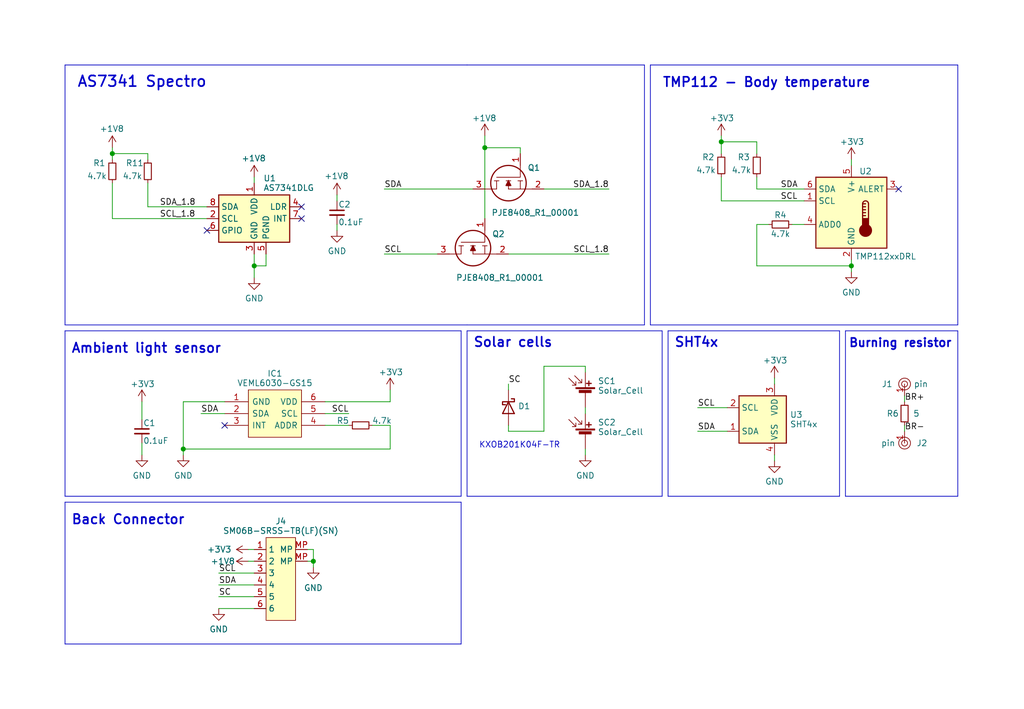
<source format=kicad_sch>
(kicad_sch (version 20230121) (generator eeschema)

  (uuid e63e39d7-6ac0-4ffd-8aa3-1841a4541b55)

  (paper "User" 219.989 152.4)

  (title_block
    (title "HexSense Svalbard SIDE module")
    (date "2023-05-30")
    (rev "v1")
    (company "MIT Media Lab")
    (comment 1 "Fangzheng Liu")
  )

  (lib_symbols
    (symbol "Device:C_Small" (pin_numbers hide) (pin_names (offset 0.254) hide) (in_bom yes) (on_board yes)
      (property "Reference" "C" (at 0.254 1.778 0)
        (effects (font (size 1.27 1.27)) (justify left))
      )
      (property "Value" "C_Small" (at 0.254 -2.032 0)
        (effects (font (size 1.27 1.27)) (justify left))
      )
      (property "Footprint" "" (at 0 0 0)
        (effects (font (size 1.27 1.27)) hide)
      )
      (property "Datasheet" "~" (at 0 0 0)
        (effects (font (size 1.27 1.27)) hide)
      )
      (property "ki_keywords" "capacitor cap" (at 0 0 0)
        (effects (font (size 1.27 1.27)) hide)
      )
      (property "ki_description" "Unpolarized capacitor, small symbol" (at 0 0 0)
        (effects (font (size 1.27 1.27)) hide)
      )
      (property "ki_fp_filters" "C_*" (at 0 0 0)
        (effects (font (size 1.27 1.27)) hide)
      )
      (symbol "C_Small_0_1"
        (polyline
          (pts
            (xy -1.524 -0.508)
            (xy 1.524 -0.508)
          )
          (stroke (width 0.3302) (type default))
          (fill (type none))
        )
        (polyline
          (pts
            (xy -1.524 0.508)
            (xy 1.524 0.508)
          )
          (stroke (width 0.3048) (type default))
          (fill (type none))
        )
      )
      (symbol "C_Small_1_1"
        (pin passive line (at 0 2.54 270) (length 2.032)
          (name "~" (effects (font (size 1.27 1.27))))
          (number "1" (effects (font (size 1.27 1.27))))
        )
        (pin passive line (at 0 -2.54 90) (length 2.032)
          (name "~" (effects (font (size 1.27 1.27))))
          (number "2" (effects (font (size 1.27 1.27))))
        )
      )
    )
    (symbol "Device:D_Schottky" (pin_numbers hide) (pin_names (offset 1.016) hide) (in_bom yes) (on_board yes)
      (property "Reference" "D" (at 0 2.54 0)
        (effects (font (size 1.27 1.27)))
      )
      (property "Value" "D_Schottky" (at 0 -2.54 0)
        (effects (font (size 1.27 1.27)))
      )
      (property "Footprint" "" (at 0 0 0)
        (effects (font (size 1.27 1.27)) hide)
      )
      (property "Datasheet" "~" (at 0 0 0)
        (effects (font (size 1.27 1.27)) hide)
      )
      (property "ki_keywords" "diode Schottky" (at 0 0 0)
        (effects (font (size 1.27 1.27)) hide)
      )
      (property "ki_description" "Schottky diode" (at 0 0 0)
        (effects (font (size 1.27 1.27)) hide)
      )
      (property "ki_fp_filters" "TO-???* *_Diode_* *SingleDiode* D_*" (at 0 0 0)
        (effects (font (size 1.27 1.27)) hide)
      )
      (symbol "D_Schottky_0_1"
        (polyline
          (pts
            (xy 1.27 0)
            (xy -1.27 0)
          )
          (stroke (width 0) (type default))
          (fill (type none))
        )
        (polyline
          (pts
            (xy 1.27 1.27)
            (xy 1.27 -1.27)
            (xy -1.27 0)
            (xy 1.27 1.27)
          )
          (stroke (width 0.254) (type default))
          (fill (type none))
        )
        (polyline
          (pts
            (xy -1.905 0.635)
            (xy -1.905 1.27)
            (xy -1.27 1.27)
            (xy -1.27 -1.27)
            (xy -0.635 -1.27)
            (xy -0.635 -0.635)
          )
          (stroke (width 0.254) (type default))
          (fill (type none))
        )
      )
      (symbol "D_Schottky_1_1"
        (pin passive line (at -3.81 0 0) (length 2.54)
          (name "K" (effects (font (size 1.27 1.27))))
          (number "1" (effects (font (size 1.27 1.27))))
        )
        (pin passive line (at 3.81 0 180) (length 2.54)
          (name "A" (effects (font (size 1.27 1.27))))
          (number "2" (effects (font (size 1.27 1.27))))
        )
      )
    )
    (symbol "Device:R_Small" (pin_numbers hide) (pin_names (offset 0.254) hide) (in_bom yes) (on_board yes)
      (property "Reference" "R" (at 0.762 0.508 0)
        (effects (font (size 1.27 1.27)) (justify left))
      )
      (property "Value" "R_Small" (at 0.762 -1.016 0)
        (effects (font (size 1.27 1.27)) (justify left))
      )
      (property "Footprint" "" (at 0 0 0)
        (effects (font (size 1.27 1.27)) hide)
      )
      (property "Datasheet" "~" (at 0 0 0)
        (effects (font (size 1.27 1.27)) hide)
      )
      (property "ki_keywords" "R resistor" (at 0 0 0)
        (effects (font (size 1.27 1.27)) hide)
      )
      (property "ki_description" "Resistor, small symbol" (at 0 0 0)
        (effects (font (size 1.27 1.27)) hide)
      )
      (property "ki_fp_filters" "R_*" (at 0 0 0)
        (effects (font (size 1.27 1.27)) hide)
      )
      (symbol "R_Small_0_1"
        (rectangle (start -0.762 1.778) (end 0.762 -1.778)
          (stroke (width 0.2032) (type default))
          (fill (type none))
        )
      )
      (symbol "R_Small_1_1"
        (pin passive line (at 0 2.54 270) (length 0.762)
          (name "~" (effects (font (size 1.27 1.27))))
          (number "1" (effects (font (size 1.27 1.27))))
        )
        (pin passive line (at 0 -2.54 90) (length 0.762)
          (name "~" (effects (font (size 1.27 1.27))))
          (number "2" (effects (font (size 1.27 1.27))))
        )
      )
    )
    (symbol "Device:Solar_Cell" (pin_numbers hide) (pin_names (offset 0) hide) (in_bom yes) (on_board yes)
      (property "Reference" "SC" (at 2.54 2.54 0)
        (effects (font (size 1.27 1.27)) (justify left))
      )
      (property "Value" "Solar_Cell" (at 2.54 0 0)
        (effects (font (size 1.27 1.27)) (justify left))
      )
      (property "Footprint" "" (at 0 1.524 90)
        (effects (font (size 1.27 1.27)) hide)
      )
      (property "Datasheet" "~" (at 0 1.524 90)
        (effects (font (size 1.27 1.27)) hide)
      )
      (property "ki_keywords" "solar cell" (at 0 0 0)
        (effects (font (size 1.27 1.27)) hide)
      )
      (property "ki_description" "Single solar cell" (at 0 0 0)
        (effects (font (size 1.27 1.27)) hide)
      )
      (symbol "Solar_Cell_0_1"
        (rectangle (start -2.032 1.778) (end 2.032 1.524)
          (stroke (width 0) (type default))
          (fill (type outline))
        )
        (rectangle (start -1.3208 1.1938) (end 1.27 0.6858)
          (stroke (width 0) (type default))
          (fill (type outline))
        )
        (polyline
          (pts
            (xy -2.032 2.286)
            (xy -3.556 3.81)
          )
          (stroke (width 0) (type default))
          (fill (type none))
        )
        (polyline
          (pts
            (xy -0.762 2.794)
            (xy -2.286 4.318)
          )
          (stroke (width 0) (type default))
          (fill (type none))
        )
        (polyline
          (pts
            (xy 0 0.762)
            (xy 0 0)
          )
          (stroke (width 0) (type default))
          (fill (type none))
        )
        (polyline
          (pts
            (xy 0 1.778)
            (xy 0 2.54)
          )
          (stroke (width 0) (type default))
          (fill (type none))
        )
        (polyline
          (pts
            (xy 0.254 2.667)
            (xy 1.27 2.667)
          )
          (stroke (width 0.254) (type default))
          (fill (type none))
        )
        (polyline
          (pts
            (xy 0.762 3.175)
            (xy 0.762 2.159)
          )
          (stroke (width 0.254) (type default))
          (fill (type none))
        )
        (polyline
          (pts
            (xy -2.032 3.048)
            (xy -2.032 2.286)
            (xy -2.794 2.286)
          )
          (stroke (width 0) (type default))
          (fill (type none))
        )
        (polyline
          (pts
            (xy -0.762 3.556)
            (xy -0.762 2.794)
            (xy -1.524 2.794)
          )
          (stroke (width 0) (type default))
          (fill (type none))
        )
      )
      (symbol "Solar_Cell_1_1"
        (pin passive line (at 0 5.08 270) (length 2.54)
          (name "+" (effects (font (size 1.27 1.27))))
          (number "1" (effects (font (size 1.27 1.27))))
        )
        (pin passive line (at 0 -2.54 90) (length 2.54)
          (name "-" (effects (font (size 1.27 1.27))))
          (number "2" (effects (font (size 1.27 1.27))))
        )
      )
    )
    (symbol "Mylib:BM06B-SURS-TF(LF)(SN)" (in_bom yes) (on_board yes)
      (property "Reference" "J" (at 0 6.35 0)
        (effects (font (size 1.27 1.27)))
      )
      (property "Value" "BM06B-SURS-TF(LF)(SN)" (at 0 3.81 0)
        (effects (font (size 1.27 1.27)))
      )
      (property "Footprint" "" (at 0 0 0)
        (effects (font (size 1.27 1.27)) hide)
      )
      (property "Datasheet" "" (at 0 0 0)
        (effects (font (size 1.27 1.27)) hide)
      )
      (symbol "BM06B-SURS-TF(LF)(SN)_0_1"
        (rectangle (start -2.54 2.54) (end 3.81 -15.24)
          (stroke (width 0.1524) (type default))
          (fill (type background))
        )
      )
      (symbol "BM06B-SURS-TF(LF)(SN)_1_1"
        (pin input line (at -5.08 0 0) (length 2.54)
          (name "1" (effects (font (size 1.27 1.27))))
          (number "1" (effects (font (size 1.27 1.27))))
        )
        (pin input line (at -5.08 -2.54 0) (length 2.54)
          (name "2" (effects (font (size 1.27 1.27))))
          (number "2" (effects (font (size 1.27 1.27))))
        )
        (pin input line (at -5.08 -5.08 0) (length 2.54)
          (name "3" (effects (font (size 1.27 1.27))))
          (number "3" (effects (font (size 1.27 1.27))))
        )
        (pin input line (at -5.08 -7.62 0) (length 2.54)
          (name "4" (effects (font (size 1.27 1.27))))
          (number "4" (effects (font (size 1.27 1.27))))
        )
        (pin input line (at -5.08 -10.16 0) (length 2.54)
          (name "5" (effects (font (size 1.27 1.27))))
          (number "5" (effects (font (size 1.27 1.27))))
        )
        (pin input line (at -5.08 -12.7 0) (length 2.54)
          (name "6" (effects (font (size 1.27 1.27))))
          (number "6" (effects (font (size 1.27 1.27))))
        )
        (pin input line (at 6.35 -2.54 180) (length 2.54)
          (name "MP" (effects (font (size 1.27 1.27))))
          (number "MP" (effects (font (size 1.27 1.27))))
        )
        (pin input line (at 6.35 0 180) (length 2.54)
          (name "MP" (effects (font (size 1.27 1.27))))
          (number "MP" (effects (font (size 1.27 1.27))))
        )
      )
    )
    (symbol "Mylib:pin" (pin_names (offset 1.016)) (in_bom yes) (on_board yes)
      (property "Reference" "J" (at 0 0 0)
        (effects (font (size 1.27 1.27)))
      )
      (property "Value" "pin" (at 0 0 0)
        (effects (font (size 1.27 1.27)))
      )
      (property "Footprint" "" (at 0 0 0)
        (effects (font (size 1.27 1.27)) hide)
      )
      (property "Datasheet" "" (at 0 0 0)
        (effects (font (size 1.27 1.27)) hide)
      )
      (symbol "pin_0_1"
        (circle (center 2.54 -1.27) (radius 0.635)
          (stroke (width 0) (type default))
          (fill (type none))
        )
        (circle (center 2.54 -1.27) (radius 1.27)
          (stroke (width 0) (type default))
          (fill (type none))
        )
      )
      (symbol "pin_1_1"
        (pin bidirectional line (at 0 -1.27 0) (length 2.54)
          (name "~" (effects (font (size 1.27 1.27))))
          (number "1" (effects (font (size 1.27 1.27))))
        )
      )
    )
    (symbol "SamacSys_Parts:PJE8408_R1_00001" (pin_names (offset 0.762)) (in_bom yes) (on_board yes)
      (property "Reference" "Q" (at 11.43 3.81 0)
        (effects (font (size 1.27 1.27)) (justify left))
      )
      (property "Value" "PJE8408_R1_00001" (at 11.43 1.27 0)
        (effects (font (size 1.27 1.27)) (justify left))
      )
      (property "Footprint" "SOTFL50P160X60-3N" (at 11.43 -1.27 0)
        (effects (font (size 1.27 1.27)) (justify left) hide)
      )
      (property "Datasheet" "https://www.mouser.com/datasheet/2/1057/PJE8408-1875938.pdf" (at 11.43 -3.81 0)
        (effects (font (size 1.27 1.27)) (justify left) hide)
      )
      (property "Description" "MOSFET /E08/TR/7\"/HF/4K/SOT-523/MOS/SOT/NFET-20TBMN/NF20TB-QI08/PJ///" (at 11.43 -6.35 0)
        (effects (font (size 1.27 1.27)) (justify left) hide)
      )
      (property "Height" "0.6" (at 11.43 -8.89 0)
        (effects (font (size 1.27 1.27)) (justify left) hide)
      )
      (property "Manufacturer_Name" "PANJIT" (at 11.43 -11.43 0)
        (effects (font (size 1.27 1.27)) (justify left) hide)
      )
      (property "Manufacturer_Part_Number" "PJE8408_R1_00001" (at 11.43 -13.97 0)
        (effects (font (size 1.27 1.27)) (justify left) hide)
      )
      (property "Mouser Part Number" "241-PJE8408_R1_00001" (at 11.43 -16.51 0)
        (effects (font (size 1.27 1.27)) (justify left) hide)
      )
      (property "Mouser Price/Stock" "https://www.mouser.co.uk/ProductDetail/Panjit/PJE8408_R1_00001?qs=sPbYRqrBIVnQTsfdUZY95w%3D%3D" (at 11.43 -19.05 0)
        (effects (font (size 1.27 1.27)) (justify left) hide)
      )
      (property "Arrow Part Number" "" (at 11.43 -21.59 0)
        (effects (font (size 1.27 1.27)) (justify left) hide)
      )
      (property "Arrow Price/Stock" "" (at 11.43 -24.13 0)
        (effects (font (size 1.27 1.27)) (justify left) hide)
      )
      (property "ki_description" "MOSFET /E08/TR/7\"/HF/4K/SOT-523/MOS/SOT/NFET-20TBMN/NF20TB-QI08/PJ///" (at 0 0 0)
        (effects (font (size 1.27 1.27)) hide)
      )
      (symbol "PJE8408_R1_00001_0_0"
        (pin passive line (at 0 0 0) (length 2.54)
          (name "~" (effects (font (size 1.27 1.27))))
          (number "1" (effects (font (size 1.27 1.27))))
        )
        (pin passive line (at 7.62 -5.08 90) (length 2.54)
          (name "~" (effects (font (size 1.27 1.27))))
          (number "2" (effects (font (size 1.27 1.27))))
        )
        (pin passive line (at 7.62 10.16 270) (length 2.54)
          (name "~" (effects (font (size 1.27 1.27))))
          (number "3" (effects (font (size 1.27 1.27))))
        )
      )
      (symbol "PJE8408_R1_00001_0_1"
        (polyline
          (pts
            (xy 5.842 -0.508)
            (xy 5.842 0.508)
          )
          (stroke (width 0.1524) (type solid))
          (fill (type none))
        )
        (polyline
          (pts
            (xy 5.842 0)
            (xy 7.62 0)
          )
          (stroke (width 0.1524) (type solid))
          (fill (type none))
        )
        (polyline
          (pts
            (xy 5.842 2.032)
            (xy 5.842 3.048)
          )
          (stroke (width 0.1524) (type solid))
          (fill (type none))
        )
        (polyline
          (pts
            (xy 5.842 5.588)
            (xy 5.842 4.572)
          )
          (stroke (width 0.1524) (type solid))
          (fill (type none))
        )
        (polyline
          (pts
            (xy 7.62 2.54)
            (xy 5.842 2.54)
          )
          (stroke (width 0.1524) (type solid))
          (fill (type none))
        )
        (polyline
          (pts
            (xy 7.62 2.54)
            (xy 7.62 -2.54)
          )
          (stroke (width 0.1524) (type solid))
          (fill (type none))
        )
        (polyline
          (pts
            (xy 7.62 5.08)
            (xy 5.842 5.08)
          )
          (stroke (width 0.1524) (type solid))
          (fill (type none))
        )
        (polyline
          (pts
            (xy 7.62 5.08)
            (xy 7.62 7.62)
          )
          (stroke (width 0.1524) (type solid))
          (fill (type none))
        )
        (polyline
          (pts
            (xy 2.54 0)
            (xy 5.08 0)
            (xy 5.08 5.08)
          )
          (stroke (width 0.1524) (type solid))
          (fill (type none))
        )
        (polyline
          (pts
            (xy 5.842 2.54)
            (xy 6.858 3.048)
            (xy 6.858 2.032)
            (xy 5.842 2.54)
          )
          (stroke (width 0.254) (type solid))
          (fill (type outline))
        )
        (circle (center 6.35 2.54) (radius 3.81)
          (stroke (width 0.254) (type solid))
          (fill (type none))
        )
      )
    )
    (symbol "SamacSys_Parts:VEML6030-GS15" (pin_names (offset 0.762)) (in_bom yes) (on_board yes)
      (property "Reference" "IC1" (at 11.43 6.35 0)
        (effects (font (size 1.27 1.27)))
      )
      (property "Value" "VEML6030-GS15" (at 11.43 3.81 0)
        (effects (font (size 1.27 1.27)))
      )
      (property "Footprint" "VEML6030GS15" (at 30.48 6.35 0)
        (effects (font (size 1.27 1.27)) (justify left) hide)
      )
      (property "Datasheet" "https://www.vishay.com/docs/84366/veml6030.pdf" (at 30.48 3.81 0)
        (effects (font (size 1.27 1.27)) (justify left) hide)
      )
      (property "Description" "Ambient Light Sensors Opr 2.5-3.6V 0.005x Filtron O-Trim 16Bit" (at 30.48 1.27 0)
        (effects (font (size 1.27 1.27)) (justify left) hide)
      )
      (property "Height" "0.87" (at 30.48 -1.27 0)
        (effects (font (size 1.27 1.27)) (justify left) hide)
      )
      (property "Manufacturer_Name" "Vishay" (at 30.48 -3.81 0)
        (effects (font (size 1.27 1.27)) (justify left) hide)
      )
      (property "Manufacturer_Part_Number" "VEML6030-GS15" (at 30.48 -6.35 0)
        (effects (font (size 1.27 1.27)) (justify left) hide)
      )
      (property "Mouser Part Number" "78-VEML6030-GS15" (at 30.48 -8.89 0)
        (effects (font (size 1.27 1.27)) (justify left) hide)
      )
      (property "Mouser Price/Stock" "https://www.mouser.co.uk/ProductDetail/Vishay-Semiconductors/VEML6030-GS15?qs=oeTp6q%252Bm7GPFKA43nE0FoQ%3D%3D" (at 30.48 -11.43 0)
        (effects (font (size 1.27 1.27)) (justify left) hide)
      )
      (property "Arrow Part Number" "VEML6030-GS15" (at 30.48 -13.97 0)
        (effects (font (size 1.27 1.27)) (justify left) hide)
      )
      (property "Arrow Price/Stock" "https://www.arrow.com/en/products/veml6030-gs15/vishay?region=nac" (at 30.48 -16.51 0)
        (effects (font (size 1.27 1.27)) (justify left) hide)
      )
      (property "ki_description" "Ambient Light Sensors Opr 2.5-3.6V 0.005x Filtron O-Trim 16Bit" (at 0 0 0)
        (effects (font (size 1.27 1.27)) hide)
      )
      (symbol "VEML6030-GS15_0_0"
        (pin passive line (at 0 0 0) (length 5.08)
          (name "GND" (effects (font (size 1.27 1.27))))
          (number "1" (effects (font (size 1.27 1.27))))
        )
        (pin passive line (at 0 -2.54 0) (length 5.08)
          (name "SDA" (effects (font (size 1.27 1.27))))
          (number "2" (effects (font (size 1.27 1.27))))
        )
        (pin passive line (at 0 -5.08 0) (length 5.08)
          (name "INT" (effects (font (size 1.27 1.27))))
          (number "3" (effects (font (size 1.27 1.27))))
        )
        (pin passive line (at 21.59 -5.08 180) (length 5.08)
          (name "ADDR" (effects (font (size 1.27 1.27))))
          (number "4" (effects (font (size 1.27 1.27))))
        )
        (pin passive line (at 21.59 -2.54 180) (length 5.08)
          (name "SCL" (effects (font (size 1.27 1.27))))
          (number "5" (effects (font (size 1.27 1.27))))
        )
        (pin passive line (at 21.59 0 180) (length 5.08)
          (name "VDD" (effects (font (size 1.27 1.27))))
          (number "6" (effects (font (size 1.27 1.27))))
        )
      )
      (symbol "VEML6030-GS15_1_1"
        (polyline
          (pts
            (xy 5.08 2.54)
            (xy 16.51 2.54)
            (xy 16.51 -7.62)
            (xy 5.08 -7.62)
            (xy 5.08 2.54)
          )
          (stroke (width 0.1524) (type solid))
          (fill (type background))
        )
      )
    )
    (symbol "Sensor_Humidity:SHT4x" (in_bom yes) (on_board yes)
      (property "Reference" "U" (at 0 8.89 0)
        (effects (font (size 1.27 1.27)) (justify right))
      )
      (property "Value" "SHT4x" (at 0 6.35 0)
        (effects (font (size 1.27 1.27)) (justify right))
      )
      (property "Footprint" "Sensor_Humidity:Sensirion_DFN-4_1.5x1.5mm_P0.8mm_SHT4x_NoCentralPad" (at 3.81 -6.35 0)
        (effects (font (size 1.27 1.27)) (justify left) hide)
      )
      (property "Datasheet" "https://sensirion.com/media/documents/33FD6951/624C4357/Datasheet_SHT4x.pdf" (at 3.81 -8.89 0)
        (effects (font (size 1.27 1.27)) (justify left) hide)
      )
      (property "ki_keywords" "Sensirion environment environmental measurement digital SHT40 SHT41 SHT45" (at 0 0 0)
        (effects (font (size 1.27 1.27)) hide)
      )
      (property "ki_description" "Digital Humidity and Temperature Sensor, +/-1%RH, +/-0.1degC, I2C, 1.08-3.6V, 16bit, DFN-4" (at 0 0 0)
        (effects (font (size 1.27 1.27)) hide)
      )
      (property "ki_fp_filters" "Sensirion?DFN*1.5x1.5mm*P0.8mm*SHT4x*" (at 0 0 0)
        (effects (font (size 1.27 1.27)) hide)
      )
      (symbol "SHT4x_1_1"
        (rectangle (start -5.08 5.08) (end 5.08 -5.08)
          (stroke (width 0.254) (type default))
          (fill (type background))
        )
        (pin bidirectional line (at -7.62 -2.54 0) (length 2.54)
          (name "SDA" (effects (font (size 1.27 1.27))))
          (number "1" (effects (font (size 1.27 1.27))))
        )
        (pin input line (at -7.62 2.54 0) (length 2.54)
          (name "SCL" (effects (font (size 1.27 1.27))))
          (number "2" (effects (font (size 1.27 1.27))))
        )
        (pin power_in line (at 2.54 7.62 270) (length 2.54)
          (name "VDD" (effects (font (size 1.27 1.27))))
          (number "3" (effects (font (size 1.27 1.27))))
        )
        (pin power_in line (at 2.54 -7.62 90) (length 2.54)
          (name "VSS" (effects (font (size 1.27 1.27))))
          (number "4" (effects (font (size 1.27 1.27))))
        )
      )
    )
    (symbol "Sensor_Optical:AS7341DLG" (in_bom yes) (on_board yes)
      (property "Reference" "U" (at -2.54 8.255 0)
        (effects (font (size 1.27 1.27)) (justify right))
      )
      (property "Value" "AS7341DLG" (at -2.54 6.35 0)
        (effects (font (size 1.27 1.27)) (justify right))
      )
      (property "Footprint" "Package_LGA:AMS_OLGA-8_2x3.1mm_P0.8mm" (at 3.81 -6.35 0)
        (effects (font (size 1.27 1.27)) (justify left) hide)
      )
      (property "Datasheet" "https://ams.com/documents/20143/36005/AS7341_DS000504_3-00.pdf" (at 3.81 -8.89 0)
        (effects (font (size 1.27 1.27)) (justify left) hide)
      )
      (property "ki_keywords" "11-Channel Spectral i2c optical color" (at 0 0 0)
        (effects (font (size 1.27 1.27)) hide)
      )
      (property "ki_description" "11-Channel Multi-Spectral Digital Sensor, OLGA-8" (at 0 0 0)
        (effects (font (size 1.27 1.27)) hide)
      )
      (property "ki_fp_filters" "AMS*OLGA*2x3.1mm*P0.8mm*" (at 0 0 0)
        (effects (font (size 1.27 1.27)) hide)
      )
      (symbol "AS7341DLG_0_1"
        (rectangle (start -7.62 5.08) (end 7.62 -5.08)
          (stroke (width 0.254) (type default))
          (fill (type background))
        )
      )
      (symbol "AS7341DLG_1_1"
        (pin power_in line (at 0 7.62 270) (length 2.54)
          (name "VDD" (effects (font (size 1.27 1.27))))
          (number "1" (effects (font (size 1.27 1.27))))
        )
        (pin input line (at -10.16 0 0) (length 2.54)
          (name "SCL" (effects (font (size 1.27 1.27))))
          (number "2" (effects (font (size 1.27 1.27))))
        )
        (pin power_in line (at 0 -7.62 90) (length 2.54)
          (name "GND" (effects (font (size 1.27 1.27))))
          (number "3" (effects (font (size 1.27 1.27))))
        )
        (pin passive line (at 10.16 2.54 180) (length 2.54)
          (name "LDR" (effects (font (size 1.27 1.27))))
          (number "4" (effects (font (size 1.27 1.27))))
        )
        (pin power_in line (at 2.54 -7.62 90) (length 2.54)
          (name "PGND" (effects (font (size 1.27 1.27))))
          (number "5" (effects (font (size 1.27 1.27))))
        )
        (pin input line (at -10.16 -2.54 0) (length 2.54)
          (name "GPIO" (effects (font (size 1.27 1.27))))
          (number "6" (effects (font (size 1.27 1.27))))
        )
        (pin open_collector line (at 10.16 0 180) (length 2.54)
          (name "INT" (effects (font (size 1.27 1.27))))
          (number "7" (effects (font (size 1.27 1.27))))
        )
        (pin bidirectional line (at -10.16 2.54 0) (length 2.54)
          (name "SDA" (effects (font (size 1.27 1.27))))
          (number "8" (effects (font (size 1.27 1.27))))
        )
      )
    )
    (symbol "Sensor_Temperature:TMP112xxDRL" (in_bom yes) (on_board yes)
      (property "Reference" "U" (at -2.54 10.795 0)
        (effects (font (size 1.27 1.27)) (justify right))
      )
      (property "Value" "TMP112xxDRL" (at -2.54 8.89 0)
        (effects (font (size 1.27 1.27)) (justify right))
      )
      (property "Footprint" "Package_TO_SOT_SMD:SOT-563" (at 1.27 -8.89 0)
        (effects (font (size 1.27 1.27)) (justify left) hide)
      )
      (property "Datasheet" "https://www.ti.com/lit/ds/symlink/tmp112.pdf" (at 1.27 -11.43 0)
        (effects (font (size 1.27 1.27)) (justify left) hide)
      )
      (property "ki_keywords" "digital temperature sensor i2c smbus two-wire nist" (at 0 0 0)
        (effects (font (size 1.27 1.27)) hide)
      )
      (property "ki_description" "Digital Temperature Sensor with I2C/SMBus/Two-wire Interface, 12 bits, +/-1° C, one-shot conversion, alert, nist traceable, SOT-563" (at 0 0 0)
        (effects (font (size 1.27 1.27)) hide)
      )
      (property "ki_fp_filters" "SOT?563*" (at 0 0 0)
        (effects (font (size 1.27 1.27)) hide)
      )
      (symbol "TMP112xxDRL_0_1"
        (rectangle (start -7.62 7.62) (end 7.62 -7.62)
          (stroke (width 0.254) (type default))
          (fill (type background))
        )
      )
      (symbol "TMP112xxDRL_1_1"
        (polyline
          (pts
            (xy 2.413 -0.635)
            (xy 3.048 -0.635)
          )
          (stroke (width 0.254) (type default))
          (fill (type none))
        )
        (polyline
          (pts
            (xy 2.413 0)
            (xy 3.048 0)
          )
          (stroke (width 0.254) (type default))
          (fill (type none))
        )
        (polyline
          (pts
            (xy 2.413 0.635)
            (xy 3.048 0.635)
          )
          (stroke (width 0.254) (type default))
          (fill (type none))
        )
        (polyline
          (pts
            (xy 2.413 1.27)
            (xy 3.048 1.27)
          )
          (stroke (width 0.254) (type default))
          (fill (type none))
        )
        (polyline
          (pts
            (xy 2.413 1.905)
            (xy 2.413 -1.27)
          )
          (stroke (width 0.254) (type default))
          (fill (type none))
        )
        (polyline
          (pts
            (xy 2.413 1.905)
            (xy 3.048 1.905)
          )
          (stroke (width 0.254) (type default))
          (fill (type none))
        )
        (polyline
          (pts
            (xy 3.683 1.905)
            (xy 3.683 -1.27)
          )
          (stroke (width 0.254) (type default))
          (fill (type none))
        )
        (circle (center 3.048 -3.81) (radius 1.27)
          (stroke (width 0.254) (type default))
          (fill (type outline))
        )
        (rectangle (start 3.683 -3.175) (end 2.413 -1.27)
          (stroke (width 0.254) (type default))
          (fill (type outline))
        )
        (arc (start 3.683 1.905) (mid 3.048 2.5373) (end 2.413 1.905)
          (stroke (width 0.254) (type default))
          (fill (type none))
        )
        (pin input line (at -10.16 2.54 0) (length 2.54)
          (name "SCL" (effects (font (size 1.27 1.27))))
          (number "1" (effects (font (size 1.27 1.27))))
        )
        (pin power_in line (at 0 -10.16 90) (length 2.54)
          (name "GND" (effects (font (size 1.27 1.27))))
          (number "2" (effects (font (size 1.27 1.27))))
        )
        (pin open_collector line (at 10.16 5.08 180) (length 2.54)
          (name "ALERT" (effects (font (size 1.27 1.27))))
          (number "3" (effects (font (size 1.27 1.27))))
        )
        (pin input line (at -10.16 -2.54 0) (length 2.54)
          (name "ADD0" (effects (font (size 1.27 1.27))))
          (number "4" (effects (font (size 1.27 1.27))))
        )
        (pin power_in line (at 0 10.16 270) (length 2.54)
          (name "V+" (effects (font (size 1.27 1.27))))
          (number "5" (effects (font (size 1.27 1.27))))
        )
        (pin bidirectional line (at -10.16 5.08 0) (length 2.54)
          (name "SDA" (effects (font (size 1.27 1.27))))
          (number "6" (effects (font (size 1.27 1.27))))
        )
      )
    )
    (symbol "power:+1V8" (power) (pin_names (offset 0)) (in_bom yes) (on_board yes)
      (property "Reference" "#PWR" (at 0 -3.81 0)
        (effects (font (size 1.27 1.27)) hide)
      )
      (property "Value" "+1V8" (at 0 3.556 0)
        (effects (font (size 1.27 1.27)))
      )
      (property "Footprint" "" (at 0 0 0)
        (effects (font (size 1.27 1.27)) hide)
      )
      (property "Datasheet" "" (at 0 0 0)
        (effects (font (size 1.27 1.27)) hide)
      )
      (property "ki_keywords" "power-flag" (at 0 0 0)
        (effects (font (size 1.27 1.27)) hide)
      )
      (property "ki_description" "Power symbol creates a global label with name \"+1V8\"" (at 0 0 0)
        (effects (font (size 1.27 1.27)) hide)
      )
      (symbol "+1V8_0_1"
        (polyline
          (pts
            (xy -0.762 1.27)
            (xy 0 2.54)
          )
          (stroke (width 0) (type default))
          (fill (type none))
        )
        (polyline
          (pts
            (xy 0 0)
            (xy 0 2.54)
          )
          (stroke (width 0) (type default))
          (fill (type none))
        )
        (polyline
          (pts
            (xy 0 2.54)
            (xy 0.762 1.27)
          )
          (stroke (width 0) (type default))
          (fill (type none))
        )
      )
      (symbol "+1V8_1_1"
        (pin power_in line (at 0 0 90) (length 0) hide
          (name "+1V8" (effects (font (size 1.27 1.27))))
          (number "1" (effects (font (size 1.27 1.27))))
        )
      )
    )
    (symbol "power:+3.3V" (power) (pin_names (offset 0)) (in_bom yes) (on_board yes)
      (property "Reference" "#PWR" (at 0 -3.81 0)
        (effects (font (size 1.27 1.27)) hide)
      )
      (property "Value" "+3.3V" (at 0 3.556 0)
        (effects (font (size 1.27 1.27)))
      )
      (property "Footprint" "" (at 0 0 0)
        (effects (font (size 1.27 1.27)) hide)
      )
      (property "Datasheet" "" (at 0 0 0)
        (effects (font (size 1.27 1.27)) hide)
      )
      (property "ki_keywords" "power-flag" (at 0 0 0)
        (effects (font (size 1.27 1.27)) hide)
      )
      (property "ki_description" "Power symbol creates a global label with name \"+3.3V\"" (at 0 0 0)
        (effects (font (size 1.27 1.27)) hide)
      )
      (symbol "+3.3V_0_1"
        (polyline
          (pts
            (xy -0.762 1.27)
            (xy 0 2.54)
          )
          (stroke (width 0) (type default))
          (fill (type none))
        )
        (polyline
          (pts
            (xy 0 0)
            (xy 0 2.54)
          )
          (stroke (width 0) (type default))
          (fill (type none))
        )
        (polyline
          (pts
            (xy 0 2.54)
            (xy 0.762 1.27)
          )
          (stroke (width 0) (type default))
          (fill (type none))
        )
      )
      (symbol "+3.3V_1_1"
        (pin power_in line (at 0 0 90) (length 0) hide
          (name "+3V3" (effects (font (size 1.27 1.27))))
          (number "1" (effects (font (size 1.27 1.27))))
        )
      )
    )
    (symbol "power:GND" (power) (pin_names (offset 0)) (in_bom yes) (on_board yes)
      (property "Reference" "#PWR" (at 0 -6.35 0)
        (effects (font (size 1.27 1.27)) hide)
      )
      (property "Value" "GND" (at 0 -3.81 0)
        (effects (font (size 1.27 1.27)))
      )
      (property "Footprint" "" (at 0 0 0)
        (effects (font (size 1.27 1.27)) hide)
      )
      (property "Datasheet" "" (at 0 0 0)
        (effects (font (size 1.27 1.27)) hide)
      )
      (property "ki_keywords" "power-flag" (at 0 0 0)
        (effects (font (size 1.27 1.27)) hide)
      )
      (property "ki_description" "Power symbol creates a global label with name \"GND\" , ground" (at 0 0 0)
        (effects (font (size 1.27 1.27)) hide)
      )
      (symbol "GND_0_1"
        (polyline
          (pts
            (xy 0 0)
            (xy 0 -1.27)
            (xy 1.27 -1.27)
            (xy 0 -2.54)
            (xy -1.27 -1.27)
            (xy 0 -1.27)
          )
          (stroke (width 0) (type default))
          (fill (type none))
        )
      )
      (symbol "GND_1_1"
        (pin power_in line (at 0 0 270) (length 0) hide
          (name "GND" (effects (font (size 1.27 1.27))))
          (number "1" (effects (font (size 1.27 1.27))))
        )
      )
    )
  )

  (junction (at 39.37 96.52) (diameter 0) (color 0 0 0 0)
    (uuid 13d215d2-0299-4fa0-8cb7-781c9fb3badc)
  )
  (junction (at 182.88 57.15) (diameter 0) (color 0 0 0 0)
    (uuid 14ffdb79-40e3-436c-a892-50bfc460e84b)
  )
  (junction (at 154.94 30.48) (diameter 0) (color 0 0 0 0)
    (uuid 8a26ba66-a9d4-486e-9ef3-ba615073f2ad)
  )
  (junction (at 54.61 57.15) (diameter 0) (color 0 0 0 0)
    (uuid cb7f0577-6570-4ad9-9a98-f5d5e00b9858)
  )
  (junction (at 67.31 120.65) (diameter 0) (color 0 0 0 0)
    (uuid d4d73fed-abc8-4afc-a47d-5a16600b892e)
  )
  (junction (at 24.13 33.02) (diameter 0) (color 0 0 0 0)
    (uuid e39122f5-84cf-4a8e-9b0a-ef38d29d4092)
  )
  (junction (at 104.14 31.75) (diameter 0) (color 0 0 0 0)
    (uuid e5ea047f-d07e-487f-805a-8fb9ed5ad8ed)
  )

  (no_connect (at 64.77 44.45) (uuid 4f01a9bf-b928-4b1d-95d1-496107f89e54))
  (no_connect (at 64.77 46.99) (uuid 4fe54f8a-5e7b-4fa8-8f33-46987acf96bc))
  (no_connect (at 48.26 91.44) (uuid 50009a85-cc34-4a87-aa1c-026aa4936759))
  (no_connect (at 44.45 49.53) (uuid ee409f35-043f-4042-b9fe-365ab1529d44))
  (no_connect (at 193.04 40.64) (uuid f1761579-1fdf-4fed-85b4-a9937e79b026))

  (wire (pts (xy 162.56 48.26) (xy 162.56 57.15))
    (stroke (width 0) (type default))
    (uuid 01fad676-fb04-4721-8332-44623f5e5430)
  )
  (wire (pts (xy 24.13 31.75) (xy 24.13 33.02))
    (stroke (width 0) (type default))
    (uuid 02c73b13-5fb7-481f-9269-48493bf701aa)
  )
  (polyline (pts (xy 13.97 107.95) (xy 99.06 107.95))
    (stroke (width 0) (type default))
    (uuid 057e2d98-c86c-4891-b9c4-52609d873ad0)
  )
  (polyline (pts (xy 99.06 107.95) (xy 99.06 138.43))
    (stroke (width 0) (type default))
    (uuid 073406d2-48bd-487d-9848-c6660dfbc679)
  )

  (wire (pts (xy 54.61 38.1) (xy 54.61 39.37))
    (stroke (width 0) (type default))
    (uuid 0cdbaf67-a09a-4361-b901-4a1e75250d89)
  )
  (wire (pts (xy 111.76 33.02) (xy 111.76 31.75))
    (stroke (width 0) (type default))
    (uuid 0d08e9d0-4556-4801-89b8-4c98913ef447)
  )
  (wire (pts (xy 194.31 85.09) (xy 194.31 86.36))
    (stroke (width 0) (type default))
    (uuid 0e040a72-ce4c-41ec-8517-23e64f4399c2)
  )
  (wire (pts (xy 182.88 34.29) (xy 182.88 35.56))
    (stroke (width 0) (type default))
    (uuid 0ed4622a-5d2f-4e96-87fb-d58784a66360)
  )
  (wire (pts (xy 125.73 96.52) (xy 125.73 97.79))
    (stroke (width 0) (type default))
    (uuid 0efec45a-6c5b-4d38-a218-673d2e5ae0aa)
  )
  (wire (pts (xy 83.82 96.52) (xy 39.37 96.52))
    (stroke (width 0) (type default))
    (uuid 14e5ab1e-38eb-483c-8226-a02e675d289a)
  )
  (wire (pts (xy 54.61 57.15) (xy 54.61 59.69))
    (stroke (width 0) (type default))
    (uuid 159018e8-1bc9-4fd0-8041-7d89905793e4)
  )
  (wire (pts (xy 116.84 92.71) (xy 116.84 78.74))
    (stroke (width 0) (type default))
    (uuid 171b5c44-4c51-425f-a938-0f798c588c01)
  )
  (wire (pts (xy 194.31 91.44) (xy 194.31 92.71))
    (stroke (width 0) (type default))
    (uuid 19691a16-6427-4156-bdff-e2ce1d9d08e2)
  )
  (polyline (pts (xy 181.61 71.12) (xy 205.74 71.12))
    (stroke (width 0) (type default))
    (uuid 2017b8b7-6ab1-4df4-8562-c538cd63e3fd)
  )
  (polyline (pts (xy 13.97 138.43) (xy 13.97 107.95))
    (stroke (width 0) (type default))
    (uuid 22b08116-5afc-4998-bb8e-357457ea1721)
  )

  (wire (pts (xy 162.56 38.1) (xy 162.56 40.64))
    (stroke (width 0) (type default))
    (uuid 26c306de-d209-4a41-84a0-82acf87adbb1)
  )
  (wire (pts (xy 104.14 31.75) (xy 104.14 46.99))
    (stroke (width 0) (type default))
    (uuid 2c21ffce-e1bd-4a10-94ae-767f1f4ac6e5)
  )
  (wire (pts (xy 125.73 87.63) (xy 125.73 88.9))
    (stroke (width 0) (type default))
    (uuid 2caeed9a-3cd1-4c3b-b4af-d49de3d46384)
  )
  (wire (pts (xy 82.55 54.61) (xy 93.98 54.61))
    (stroke (width 0) (type default))
    (uuid 2e5a5a4a-1aa6-42e7-8b51-dd0ed18e42af)
  )
  (wire (pts (xy 83.82 86.36) (xy 83.82 83.82))
    (stroke (width 0) (type default))
    (uuid 33f4a193-76f8-41c4-bae4-5d1f7997cdd0)
  )
  (polyline (pts (xy 180.34 106.68) (xy 143.51 106.68))
    (stroke (width 0) (type default))
    (uuid 3d4abe06-8c83-48e5-912e-f819a7592a5e)
  )

  (wire (pts (xy 66.04 118.11) (xy 67.31 118.11))
    (stroke (width 0) (type default))
    (uuid 41c619a1-18bb-4c9a-a12d-80ba3140de15)
  )
  (wire (pts (xy 31.75 39.37) (xy 31.75 44.45))
    (stroke (width 0) (type default))
    (uuid 422f0bb7-cbba-4564-8350-08393635e0eb)
  )
  (polyline (pts (xy 138.43 69.85) (xy 100.33 69.85))
    (stroke (width 0) (type default))
    (uuid 423bd441-0413-4fa5-be2d-df4b9bc4b1fa)
  )

  (wire (pts (xy 24.13 33.02) (xy 31.75 33.02))
    (stroke (width 0) (type default))
    (uuid 43e866eb-92d4-4599-bd6f-3198d0177393)
  )
  (wire (pts (xy 57.15 57.15) (xy 57.15 54.61))
    (stroke (width 0) (type default))
    (uuid 458036cf-56c5-4c61-9ece-9a18a04c746c)
  )
  (wire (pts (xy 149.86 92.71) (xy 156.21 92.71))
    (stroke (width 0) (type default))
    (uuid 48cce9f9-74cb-4bf0-90f3-c2acea506d9c)
  )
  (wire (pts (xy 154.94 30.48) (xy 154.94 33.02))
    (stroke (width 0) (type default))
    (uuid 4f22af53-9e7a-4752-a383-c53128bf1045)
  )
  (polyline (pts (xy 180.34 71.12) (xy 180.34 106.68))
    (stroke (width 0) (type default))
    (uuid 501e3c56-a88c-459e-af31-b58b37c81048)
  )

  (wire (pts (xy 39.37 97.79) (xy 39.37 96.52))
    (stroke (width 0) (type default))
    (uuid 5180d0d4-2bdb-463d-8d2b-2dd2ad017daf)
  )
  (wire (pts (xy 109.22 82.55) (xy 109.22 83.82))
    (stroke (width 0) (type default))
    (uuid 539a7b62-e068-4ddf-9f7d-f03019e8f2c4)
  )
  (wire (pts (xy 54.61 57.15) (xy 57.15 57.15))
    (stroke (width 0) (type default))
    (uuid 53c45ef5-9af1-4c62-ab3f-be3b739abc79)
  )
  (wire (pts (xy 170.18 48.26) (xy 172.72 48.26))
    (stroke (width 0) (type default))
    (uuid 5794566b-d71e-41be-8894-5d8f77610813)
  )
  (wire (pts (xy 125.73 78.74) (xy 125.73 80.01))
    (stroke (width 0) (type default))
    (uuid 59d85d9f-b61a-44d4-88b7-c87e90be903b)
  )
  (wire (pts (xy 82.55 40.64) (xy 101.6 40.64))
    (stroke (width 0) (type default))
    (uuid 5b0f1d80-3c53-4726-ba8d-ffaf03d43e98)
  )
  (wire (pts (xy 162.56 30.48) (xy 162.56 33.02))
    (stroke (width 0) (type default))
    (uuid 5ec7abbb-a3cb-4b11-882e-1d5fd72e56c7)
  )
  (polyline (pts (xy 13.97 13.97) (xy 100.33 13.97))
    (stroke (width 0) (type default))
    (uuid 5fada503-749c-4ab1-b15f-4f7e43d6c0e6)
  )
  (polyline (pts (xy 99.06 71.12) (xy 99.06 106.68))
    (stroke (width 0) (type default))
    (uuid 6321eb12-ce2b-48f2-a8f5-962a8217cb6a)
  )

  (wire (pts (xy 104.14 31.75) (xy 111.76 31.75))
    (stroke (width 0) (type default))
    (uuid 688d3139-9b8b-4346-bcd0-c51e5817b14c)
  )
  (polyline (pts (xy 205.74 106.68) (xy 181.61 106.68))
    (stroke (width 0) (type default))
    (uuid 688de66d-a453-40de-b04d-a920f55701ea)
  )

  (wire (pts (xy 116.84 78.74) (xy 125.73 78.74))
    (stroke (width 0) (type default))
    (uuid 6d7d9980-65fb-4299-b702-2ffe18812f72)
  )
  (wire (pts (xy 182.88 58.42) (xy 182.88 57.15))
    (stroke (width 0) (type default))
    (uuid 6f45df1d-f31c-4528-adf9-cdb80fcf3c70)
  )
  (wire (pts (xy 72.39 41.91) (xy 72.39 43.18))
    (stroke (width 0) (type default))
    (uuid 6f971d5e-bd41-4900-b5a3-cdafe4eacf7f)
  )
  (wire (pts (xy 39.37 86.36) (xy 48.26 86.36))
    (stroke (width 0) (type default))
    (uuid 70081cfb-5724-4f01-805b-367769063c9e)
  )
  (wire (pts (xy 39.37 96.52) (xy 39.37 86.36))
    (stroke (width 0) (type default))
    (uuid 731f2e19-ad16-481f-aa77-c1cc1643e211)
  )
  (polyline (pts (xy 13.97 13.97) (xy 13.97 69.85))
    (stroke (width 0) (type default))
    (uuid 739f3cb7-0919-467c-97ae-3e7d0f3a1905)
  )

  (wire (pts (xy 24.13 33.02) (xy 24.13 34.29))
    (stroke (width 0) (type default))
    (uuid 76ad7776-0765-47c5-98a7-09b292e02912)
  )
  (wire (pts (xy 69.85 86.36) (xy 83.82 86.36))
    (stroke (width 0) (type default))
    (uuid 78942938-b11c-4f7f-8701-c52aa5d01aed)
  )
  (polyline (pts (xy 139.7 69.85) (xy 205.74 69.85))
    (stroke (width 0) (type default))
    (uuid 79d68bee-cf84-4a60-84a0-8eb030e41519)
  )

  (wire (pts (xy 30.48 86.36) (xy 30.48 90.17))
    (stroke (width 0) (type default))
    (uuid 7ddba7bb-31fa-4466-a296-c95778d315fa)
  )
  (polyline (pts (xy 181.61 71.12) (xy 181.61 106.68))
    (stroke (width 0) (type default))
    (uuid 7ed8c1e4-8c5e-40c7-bd17-217b24f43be8)
  )
  (polyline (pts (xy 99.06 106.68) (xy 13.97 106.68))
    (stroke (width 0) (type default))
    (uuid 827a8cd9-cded-4a89-a97c-499d6459d9e6)
  )

  (wire (pts (xy 46.99 125.73) (xy 54.61 125.73))
    (stroke (width 0) (type default))
    (uuid 82aa0d52-47c7-4ae4-bec7-8df2ccf30c4b)
  )
  (polyline (pts (xy 139.7 13.97) (xy 139.7 69.85))
    (stroke (width 0) (type default))
    (uuid 8371bfa4-1c9c-46e9-9089-2378293c9325)
  )
  (polyline (pts (xy 100.33 71.12) (xy 100.33 106.68))
    (stroke (width 0) (type default))
    (uuid 8594c74d-a8bc-4ede-92a1-c0fde97cce16)
  )
  (polyline (pts (xy 13.97 69.85) (xy 100.33 69.85))
    (stroke (width 0) (type default))
    (uuid 8733c8ae-b75a-4fd8-b8f6-8d937e936df7)
  )
  (polyline (pts (xy 142.24 71.12) (xy 100.33 71.12))
    (stroke (width 0) (type default))
    (uuid 87f39b9b-261c-4ae7-9cea-746524b8148b)
  )

  (wire (pts (xy 109.22 54.61) (xy 130.81 54.61))
    (stroke (width 0) (type default))
    (uuid 8bf3a36c-7e62-4791-a37d-2b04d9bf8f86)
  )
  (wire (pts (xy 53.34 118.11) (xy 54.61 118.11))
    (stroke (width 0) (type default))
    (uuid 91205db7-a9a3-4509-baad-e2abaf871ac7)
  )
  (wire (pts (xy 67.31 120.65) (xy 67.31 121.92))
    (stroke (width 0) (type default))
    (uuid 92ca0e7d-7dc6-4b02-a2f1-f2d7dadac99d)
  )
  (wire (pts (xy 116.84 40.64) (xy 130.81 40.64))
    (stroke (width 0) (type default))
    (uuid 94b2388e-25bb-4cfa-826b-7d3d8fdbe939)
  )
  (polyline (pts (xy 138.43 13.97) (xy 138.43 69.85))
    (stroke (width 0) (type default))
    (uuid 96240854-b07e-4d5e-90a0-b1875aa080b9)
  )

  (wire (pts (xy 154.94 30.48) (xy 162.56 30.48))
    (stroke (width 0) (type default))
    (uuid 96c325a8-dabd-4991-aaae-a45e4d7cbc95)
  )
  (polyline (pts (xy 99.06 138.43) (xy 13.97 138.43))
    (stroke (width 0) (type default))
    (uuid 972e25b4-83c2-4b04-971c-eb758075827b)
  )

  (wire (pts (xy 182.88 55.88) (xy 182.88 57.15))
    (stroke (width 0) (type default))
    (uuid 9a9ae7de-b68d-4623-9ac3-6efb9949913c)
  )
  (wire (pts (xy 162.56 57.15) (xy 182.88 57.15))
    (stroke (width 0) (type default))
    (uuid a29db7a4-2632-4ec6-9959-93462d140426)
  )
  (wire (pts (xy 31.75 44.45) (xy 44.45 44.45))
    (stroke (width 0) (type default))
    (uuid a4271f89-4cc4-42db-82dc-6c8b604ddd6c)
  )
  (wire (pts (xy 69.85 88.9) (xy 74.93 88.9))
    (stroke (width 0) (type default))
    (uuid a62357d7-583e-4a53-90a5-2221ebf092c3)
  )
  (wire (pts (xy 54.61 54.61) (xy 54.61 57.15))
    (stroke (width 0) (type default))
    (uuid a881882a-1ca2-49ab-b763-1752e204a634)
  )
  (wire (pts (xy 31.75 33.02) (xy 31.75 34.29))
    (stroke (width 0) (type default))
    (uuid abd4219d-99dc-4e58-b854-1bfeff75ea78)
  )
  (wire (pts (xy 166.37 81.28) (xy 166.37 82.55))
    (stroke (width 0) (type default))
    (uuid aeadea9b-bbc7-46f6-9097-363c68fc5e98)
  )
  (polyline (pts (xy 13.97 71.12) (xy 99.06 71.12))
    (stroke (width 0) (type default))
    (uuid afd66e8f-c6a7-4969-9172-ec743471a193)
  )

  (wire (pts (xy 43.18 88.9) (xy 48.26 88.9))
    (stroke (width 0) (type default))
    (uuid b51f6b47-08f1-41e2-8ac7-1b736545c984)
  )
  (wire (pts (xy 46.99 128.27) (xy 54.61 128.27))
    (stroke (width 0) (type default))
    (uuid b56a95e7-9fe3-4b77-8873-34a7a81eba79)
  )
  (wire (pts (xy 30.48 95.25) (xy 30.48 97.79))
    (stroke (width 0) (type default))
    (uuid b6257b44-d4b2-4711-b229-70c1dca4914f)
  )
  (wire (pts (xy 46.99 130.81) (xy 54.61 130.81))
    (stroke (width 0) (type default))
    (uuid b6bce885-9947-489e-adc1-1884da8bdac2)
  )
  (polyline (pts (xy 205.74 71.12) (xy 205.74 106.68))
    (stroke (width 0) (type default))
    (uuid ba4305f2-8b7c-428b-b7c9-a950afe81ca0)
  )

  (wire (pts (xy 109.22 91.44) (xy 109.22 92.71))
    (stroke (width 0) (type default))
    (uuid bba5a95a-8cbd-48f6-bcd6-d29077365e12)
  )
  (wire (pts (xy 162.56 40.64) (xy 172.72 40.64))
    (stroke (width 0) (type default))
    (uuid bd3a61ed-05ae-43b5-9241-5118288e9cb4)
  )
  (polyline (pts (xy 205.74 13.97) (xy 139.7 13.97))
    (stroke (width 0) (type default))
    (uuid bf72f9e5-1ea8-4768-8dd2-6a1360f38ea4)
  )

  (wire (pts (xy 66.04 120.65) (xy 67.31 120.65))
    (stroke (width 0) (type default))
    (uuid bfd74b82-1d70-4360-9ec1-6c09a0e3349f)
  )
  (wire (pts (xy 83.82 91.44) (xy 83.82 96.52))
    (stroke (width 0) (type default))
    (uuid bff9f17d-117c-4bd0-a77b-9a3889bd2c88)
  )
  (wire (pts (xy 46.99 123.19) (xy 54.61 123.19))
    (stroke (width 0) (type default))
    (uuid c115e7db-5c9b-4aa3-9e0e-4f39610f2a8a)
  )
  (polyline (pts (xy 100.33 106.68) (xy 142.24 106.68))
    (stroke (width 0) (type default))
    (uuid ca1b926e-f840-445a-8806-20977ba1bac8)
  )

  (wire (pts (xy 24.13 39.37) (xy 24.13 46.99))
    (stroke (width 0) (type default))
    (uuid cb8d48fc-d40e-4161-ab4c-1190c7576804)
  )
  (polyline (pts (xy 100.33 13.97) (xy 138.43 13.97))
    (stroke (width 0) (type default))
    (uuid cd72a08f-fc0a-4053-9be3-07e02c0d7c75)
  )
  (polyline (pts (xy 143.51 71.12) (xy 180.34 71.12))
    (stroke (width 0) (type default))
    (uuid d1f23119-f1a0-40d8-8fd1-640aa48e3744)
  )
  (polyline (pts (xy 205.74 69.85) (xy 205.74 13.97))
    (stroke (width 0) (type default))
    (uuid d2190d11-a30e-460b-8a91-8e0653390ba7)
  )

  (wire (pts (xy 104.14 29.21) (xy 104.14 31.75))
    (stroke (width 0) (type default))
    (uuid d2a87a68-0d96-49dd-b297-13e71b118de3)
  )
  (wire (pts (xy 24.13 46.99) (xy 44.45 46.99))
    (stroke (width 0) (type default))
    (uuid d4e93227-7f99-4137-8bd4-c50ceaf6d3e7)
  )
  (wire (pts (xy 154.94 43.18) (xy 172.72 43.18))
    (stroke (width 0) (type default))
    (uuid d6cb7769-97b9-4392-96e3-b6a73c29d907)
  )
  (polyline (pts (xy 13.97 71.12) (xy 13.97 106.68))
    (stroke (width 0) (type default))
    (uuid d786a987-7fef-4c9e-8a16-d25ef9465a5e)
  )

  (wire (pts (xy 72.39 48.26) (xy 72.39 49.53))
    (stroke (width 0) (type default))
    (uuid d94e1162-a671-4201-9950-8a659eb3fca5)
  )
  (wire (pts (xy 53.34 120.65) (xy 54.61 120.65))
    (stroke (width 0) (type default))
    (uuid db6820d2-0363-4e4a-a0ae-94c50b874589)
  )
  (wire (pts (xy 166.37 97.79) (xy 166.37 99.06))
    (stroke (width 0) (type default))
    (uuid def39e9b-418d-4268-bc91-639da0f5e27a)
  )
  (wire (pts (xy 67.31 118.11) (xy 67.31 120.65))
    (stroke (width 0) (type default))
    (uuid df4c390e-08ec-4cd2-ad9f-24655ea9294f)
  )
  (wire (pts (xy 154.94 29.21) (xy 154.94 30.48))
    (stroke (width 0) (type default))
    (uuid e0616652-931d-427b-b743-5fefe87eed78)
  )
  (wire (pts (xy 149.86 87.63) (xy 156.21 87.63))
    (stroke (width 0) (type default))
    (uuid e41742a0-20a6-4057-b329-6e87e91f9ac8)
  )
  (wire (pts (xy 69.85 91.44) (xy 74.93 91.44))
    (stroke (width 0) (type default))
    (uuid e6766c02-7195-43ce-baff-94a3a936c6fa)
  )
  (wire (pts (xy 109.22 92.71) (xy 116.84 92.71))
    (stroke (width 0) (type default))
    (uuid eb106990-a045-4a6c-8121-7280360ae747)
  )
  (wire (pts (xy 165.1 48.26) (xy 162.56 48.26))
    (stroke (width 0) (type default))
    (uuid f1b1868a-a928-4d73-a444-0ef4625b84ea)
  )
  (wire (pts (xy 154.94 38.1) (xy 154.94 43.18))
    (stroke (width 0) (type default))
    (uuid f75d5dd5-8317-4d13-aa38-08e61e88e967)
  )
  (polyline (pts (xy 143.51 71.12) (xy 143.51 106.68))
    (stroke (width 0) (type default))
    (uuid f8fe645d-d838-4bf9-a3a4-053b82fa1825)
  )
  (polyline (pts (xy 142.24 106.68) (xy 142.24 71.12))
    (stroke (width 0) (type default))
    (uuid fa89a9ec-136d-4a57-af81-a4d94e8868fb)
  )

  (wire (pts (xy 80.01 91.44) (xy 83.82 91.44))
    (stroke (width 0) (type default))
    (uuid fd362f5b-cc45-4132-8884-44baffb90384)
  )

  (text "Burning resistor" (at 182.245 74.93 0)
    (effects (font (size 1.8 1.8) (thickness 0.3556) bold) (justify left bottom))
    (uuid 17a7a170-7326-4aba-9aef-7fda98913b81)
  )
  (text "Back Connector" (at 15.24 113.03 0)
    (effects (font (size 2.032 2.032) (thickness 0.3556) bold) (justify left bottom))
    (uuid 37f8578b-fd20-41c9-8c10-6fe7f2970dbf)
  )
  (text "TMP112 - Body temperature" (at 142.24 19.05 0)
    (effects (font (size 2.032 2.032) (thickness 0.3556) bold) (justify left bottom))
    (uuid 423dbfe1-3382-4f89-a0e9-4f03fe4cf9d3)
  )
  (text "KXOB201K04F-TR" (at 102.87 96.52 0)
    (effects (font (size 1.27 1.27)) (justify left bottom))
    (uuid 464062f7-5f53-4b11-ae67-f6c769e86e3b)
  )
  (text "Solar cells" (at 101.6 74.93 0)
    (effects (font (size 2.032 2.032) (thickness 0.3556) bold) (justify left bottom))
    (uuid 5ba59e36-3a12-49f2-9e51-06bf26bf8852)
  )
  (text "SHT4x" (at 144.78 74.93 0)
    (effects (font (size 2.032 2.032) (thickness 0.3556) bold) (justify left bottom))
    (uuid 8aa2fccb-ee9a-488f-9087-3e30758112d2)
  )
  (text "AS7341 Spectro" (at 16.51 19.05 0)
    (effects (font (size 2.286 2.286) (thickness 0.3556) bold) (justify left bottom))
    (uuid c147e8af-96f3-4fd2-9bb9-1b4816490efc)
  )
  (text "Ambient light sensor" (at 15.24 76.2 0)
    (effects (font (size 2.032 2.032) (thickness 0.3556) bold) (justify left bottom))
    (uuid ffb063d4-4153-4087-bbcc-589dbfbfe6ac)
  )

  (label "SDA" (at 43.18 88.9 0) (fields_autoplaced)
    (effects (font (size 1.27 1.27)) (justify left bottom))
    (uuid 01d518c5-f408-42cc-8e57-ff8549ecc8a9)
  )
  (label "SCL" (at 74.93 88.9 180) (fields_autoplaced)
    (effects (font (size 1.27 1.27)) (justify right bottom))
    (uuid 1ccaec91-9eb3-427f-af19-277aed774e4f)
  )
  (label "SCL" (at 46.99 123.19 0) (fields_autoplaced)
    (effects (font (size 1.27 1.27)) (justify left bottom))
    (uuid 2b9330d7-ed83-45f7-b5e4-28c378e67b9a)
  )
  (label "SC" (at 109.22 82.55 0) (fields_autoplaced)
    (effects (font (size 1.27 1.27)) (justify left bottom))
    (uuid 30543453-e2dd-488b-9101-2abbf1eae10d)
  )
  (label "SDA_1.8" (at 34.29 44.45 0) (fields_autoplaced)
    (effects (font (size 1.27 1.27)) (justify left bottom))
    (uuid 3597e7cd-46f0-4b9c-910e-c4f263c1755c)
  )
  (label "SDA" (at 167.64 40.64 0) (fields_autoplaced)
    (effects (font (size 1.27 1.27)) (justify left bottom))
    (uuid 3ab48e8e-912f-4569-88cb-4e15f797c9cb)
  )
  (label "BR-" (at 194.31 92.71 0) (fields_autoplaced)
    (effects (font (size 1.27 1.27)) (justify left bottom))
    (uuid 4012614b-fdbe-4444-bcd2-debb7aff8d10)
  )
  (label "BR+" (at 194.31 86.36 0) (fields_autoplaced)
    (effects (font (size 1.27 1.27)) (justify left bottom))
    (uuid 41725950-c523-4b46-ab0a-fbb3da02ceb2)
  )
  (label "SDA" (at 149.86 92.71 0) (fields_autoplaced)
    (effects (font (size 1.27 1.27)) (justify left bottom))
    (uuid 6bedfe04-794b-4ed4-802b-a102e4db15c9)
  )
  (label "SDA_1.8" (at 130.81 40.64 180) (fields_autoplaced)
    (effects (font (size 1.27 1.27)) (justify right bottom))
    (uuid 76205d62-811d-4fb8-9ce8-6a1f6ec67b3a)
  )
  (label "SDA" (at 46.99 125.73 0) (fields_autoplaced)
    (effects (font (size 1.27 1.27)) (justify left bottom))
    (uuid 77cd4186-01c1-4e3c-8f2b-cab455ac196c)
  )
  (label "SCL_1.8" (at 34.29 46.99 0) (fields_autoplaced)
    (effects (font (size 1.27 1.27)) (justify left bottom))
    (uuid 98311457-c7ff-41be-b488-dcb0d13bbb1a)
  )
  (label "SCL" (at 82.55 54.61 0) (fields_autoplaced)
    (effects (font (size 1.27 1.27)) (justify left bottom))
    (uuid a7c4ec26-86a4-474d-9cf4-d781b7992e46)
  )
  (label "SC" (at 46.99 128.27 0) (fields_autoplaced)
    (effects (font (size 1.27 1.27)) (justify left bottom))
    (uuid ab412095-3ebd-45d0-a194-3654171934ee)
  )
  (label "SCL" (at 149.86 87.63 0) (fields_autoplaced)
    (effects (font (size 1.27 1.27)) (justify left bottom))
    (uuid bc512937-a3a3-4991-b709-0448d4b89eb1)
  )
  (label "SCL" (at 167.64 43.18 0) (fields_autoplaced)
    (effects (font (size 1.27 1.27)) (justify left bottom))
    (uuid e40e3dee-b98c-46fc-a06d-99e35abba5e1)
  )
  (label "SCL_1.8" (at 130.81 54.61 180) (fields_autoplaced)
    (effects (font (size 1.27 1.27)) (justify right bottom))
    (uuid f17bd86f-335c-4c28-bd05-7751cfadf70d)
  )
  (label "SDA" (at 82.55 40.64 0) (fields_autoplaced)
    (effects (font (size 1.27 1.27)) (justify left bottom))
    (uuid f48d9a40-d7c3-4ff2-84a9-a39c9baff915)
  )

  (symbol (lib_id "power:+1V8") (at 104.14 29.21 0) (unit 1)
    (in_bom yes) (on_board yes) (dnp no)
    (uuid 0334bfdc-c4bf-49b2-9252-6f696a4a6184)
    (property "Reference" "#PWR010" (at 104.14 33.02 0)
      (effects (font (size 1.27 1.27)) hide)
    )
    (property "Value" "+1V8" (at 106.68 25.4 0)
      (effects (font (size 1.27 1.27)) (justify right))
    )
    (property "Footprint" "" (at 104.14 29.21 0)
      (effects (font (size 1.27 1.27)) hide)
    )
    (property "Datasheet" "" (at 104.14 29.21 0)
      (effects (font (size 1.27 1.27)) hide)
    )
    (pin "1" (uuid 92e60b02-1eb0-4977-8d97-9d3e1cf2cdcd))
    (instances
      (project "SIDE"
        (path "/e63e39d7-6ac0-4ffd-8aa3-1841a4541b55"
          (reference "#PWR010") (unit 1)
        )
      )
    )
  )

  (symbol (lib_id "Sensor_Humidity:SHT4x") (at 163.83 90.17 0) (unit 1)
    (in_bom yes) (on_board yes) (dnp no) (fields_autoplaced)
    (uuid 0559ef91-10f3-4141-bdb1-bb937f7b30f8)
    (property "Reference" "U3" (at 169.672 89.146 0)
      (effects (font (size 1.27 1.27)) (justify left))
    )
    (property "Value" "SHT4x" (at 169.672 91.194 0)
      (effects (font (size 1.27 1.27)) (justify left))
    )
    (property "Footprint" "Sensor_Humidity:Sensirion_DFN-4_1.5x1.5mm_P0.8mm_SHT4x_NoCentralPad" (at 167.64 96.52 0)
      (effects (font (size 1.27 1.27)) (justify left) hide)
    )
    (property "Datasheet" "https://sensirion.com/media/documents/33FD6951/624C4357/Datasheet_SHT4x.pdf" (at 167.64 99.06 0)
      (effects (font (size 1.27 1.27)) (justify left) hide)
    )
    (pin "1" (uuid 7ceac6fe-bfbc-431a-8358-f6be9750d15c))
    (pin "2" (uuid 51198295-4043-4fb1-a7a1-1180ecd4e1bb))
    (pin "3" (uuid 1d7b5741-f963-4510-ba2d-3b37851ec5ec))
    (pin "4" (uuid c63a4578-e016-40ec-92b3-483d5a1199f0))
    (instances
      (project "SIDE"
        (path "/e63e39d7-6ac0-4ffd-8aa3-1841a4541b55"
          (reference "U3") (unit 1)
        )
      )
    )
  )

  (symbol (lib_id "power:+3.3V") (at 53.34 118.11 90) (unit 1)
    (in_bom yes) (on_board yes) (dnp no)
    (uuid 05671480-ad8d-4d1f-beb8-6f55cbd7c51e)
    (property "Reference" "#PWR0104" (at 57.15 118.11 0)
      (effects (font (size 1.27 1.27)) hide)
    )
    (property "Value" "+3.3V" (at 44.45 118.11 90)
      (effects (font (size 1.27 1.27)) (justify right))
    )
    (property "Footprint" "" (at 53.34 118.11 0)
      (effects (font (size 1.27 1.27)) hide)
    )
    (property "Datasheet" "" (at 53.34 118.11 0)
      (effects (font (size 1.27 1.27)) hide)
    )
    (pin "1" (uuid e302811f-a4e0-401e-9828-7c62f206960d))
    (instances
      (project "SIDE"
        (path "/e63e39d7-6ac0-4ffd-8aa3-1841a4541b55"
          (reference "#PWR0104") (unit 1)
        )
      )
    )
  )

  (symbol (lib_id "Device:C_Small") (at 72.39 45.72 0) (unit 1)
    (in_bom yes) (on_board yes) (dnp no)
    (uuid 12e7823c-7a9d-4f21-9aad-239de5a5a0ac)
    (property "Reference" "C2" (at 72.644 43.942 0)
      (effects (font (size 1.27 1.27)) (justify left))
    )
    (property "Value" "0.1uF" (at 72.644 47.752 0)
      (effects (font (size 1.27 1.27)) (justify left))
    )
    (property "Footprint" "Capacitor_SMD:C_0603_1608Metric_Pad1.08x0.95mm_HandSolder" (at 72.39 45.72 0)
      (effects (font (size 1.27 1.27)) hide)
    )
    (property "Datasheet" "~" (at 72.39 45.72 0)
      (effects (font (size 1.27 1.27)) hide)
    )
    (pin "1" (uuid fb91612e-5db2-45cb-b26c-1b961ac0aa9c))
    (pin "2" (uuid 3e776f56-3e02-4473-90d5-3a619ed14754))
    (instances
      (project "SIDE"
        (path "/e63e39d7-6ac0-4ffd-8aa3-1841a4541b55"
          (reference "C2") (unit 1)
        )
      )
    )
  )

  (symbol (lib_id "power:GND") (at 72.39 49.53 0) (unit 1)
    (in_bom yes) (on_board yes) (dnp no) (fields_autoplaced)
    (uuid 1bc382eb-0731-459e-af3a-52cb519cef60)
    (property "Reference" "#PWR04" (at 72.39 55.88 0)
      (effects (font (size 1.27 1.27)) hide)
    )
    (property "Value" "GND" (at 72.39 53.9734 0)
      (effects (font (size 1.27 1.27)))
    )
    (property "Footprint" "" (at 72.39 49.53 0)
      (effects (font (size 1.27 1.27)) hide)
    )
    (property "Datasheet" "" (at 72.39 49.53 0)
      (effects (font (size 1.27 1.27)) hide)
    )
    (pin "1" (uuid f2b2d29a-973a-41c8-b4ea-a76980697c93))
    (instances
      (project "SIDE"
        (path "/e63e39d7-6ac0-4ffd-8aa3-1841a4541b55"
          (reference "#PWR04") (unit 1)
        )
      )
    )
  )

  (symbol (lib_id "power:+1V8") (at 72.39 41.91 0) (unit 1)
    (in_bom yes) (on_board yes) (dnp no)
    (uuid 20bbadea-477e-44b4-b0cb-0bbafd14251a)
    (property "Reference" "#PWR05" (at 72.39 45.72 0)
      (effects (font (size 1.27 1.27)) hide)
    )
    (property "Value" "+1V8" (at 74.93 37.846 0)
      (effects (font (size 1.27 1.27)) (justify right))
    )
    (property "Footprint" "" (at 72.39 41.91 0)
      (effects (font (size 1.27 1.27)) hide)
    )
    (property "Datasheet" "" (at 72.39 41.91 0)
      (effects (font (size 1.27 1.27)) hide)
    )
    (pin "1" (uuid b2ee591d-6fc1-4f2e-8a09-a4fb58123a46))
    (instances
      (project "SIDE"
        (path "/e63e39d7-6ac0-4ffd-8aa3-1841a4541b55"
          (reference "#PWR05") (unit 1)
        )
      )
    )
  )

  (symbol (lib_id "Device:Solar_Cell") (at 125.73 93.98 0) (unit 1)
    (in_bom yes) (on_board yes) (dnp no) (fields_autoplaced)
    (uuid 2896d79f-422a-4862-9179-d1402394ea11)
    (property "Reference" "SC2" (at 128.397 90.797 0)
      (effects (font (size 1.27 1.27)) (justify left))
    )
    (property "Value" "Solar_Cell" (at 128.397 92.845 0)
      (effects (font (size 1.27 1.27)) (justify left))
    )
    (property "Footprint" "Mylib:KXOB201K04F-TR" (at 125.73 92.456 90)
      (effects (font (size 1.27 1.27)) hide)
    )
    (property "Datasheet" "~" (at 125.73 92.456 90)
      (effects (font (size 1.27 1.27)) hide)
    )
    (pin "1" (uuid af3292ac-18a2-4817-a858-0755394db7c5))
    (pin "2" (uuid 104a2fc9-c609-4911-9390-942cb404d4cd))
    (instances
      (project "SIDE"
        (path "/e63e39d7-6ac0-4ffd-8aa3-1841a4541b55"
          (reference "SC2") (unit 1)
        )
      )
    )
  )

  (symbol (lib_id "Device:R_Small") (at 167.64 48.26 270) (unit 1)
    (in_bom yes) (on_board yes) (dnp no)
    (uuid 2e490c12-3bdf-41a9-92eb-900075203870)
    (property "Reference" "R4" (at 167.64 46.228 90)
      (effects (font (size 1.27 1.27)))
    )
    (property "Value" "4.7k" (at 167.64 50.292 90)
      (effects (font (size 1.27 1.27)))
    )
    (property "Footprint" "Resistor_SMD:R_0603_1608Metric_Pad0.98x0.95mm_HandSolder" (at 167.64 48.26 0)
      (effects (font (size 1.27 1.27)) hide)
    )
    (property "Datasheet" "~" (at 167.64 48.26 0)
      (effects (font (size 1.27 1.27)) hide)
    )
    (pin "1" (uuid ecc9ab18-ef1e-4b82-88c9-ce8f128e0aba))
    (pin "2" (uuid cade50cb-10dc-410d-b19a-b6f98051f517))
    (instances
      (project "SIDE"
        (path "/e63e39d7-6ac0-4ffd-8aa3-1841a4541b55"
          (reference "R4") (unit 1)
        )
      )
    )
  )

  (symbol (lib_id "Device:R_Small") (at 154.94 35.56 180) (unit 1)
    (in_bom yes) (on_board yes) (dnp no)
    (uuid 359633a9-1bab-4e14-8390-914aa92224f5)
    (property "Reference" "R2" (at 152.146 33.782 0)
      (effects (font (size 1.27 1.27)))
    )
    (property "Value" "4.7k" (at 151.638 36.576 0)
      (effects (font (size 1.27 1.27)))
    )
    (property "Footprint" "Resistor_SMD:R_0603_1608Metric_Pad0.98x0.95mm_HandSolder" (at 154.94 35.56 0)
      (effects (font (size 1.27 1.27)) hide)
    )
    (property "Datasheet" "~" (at 154.94 35.56 0)
      (effects (font (size 1.27 1.27)) hide)
    )
    (pin "1" (uuid 1bd7b8da-f17a-452e-900b-6d909b24c0a3))
    (pin "2" (uuid c624824e-3fd2-4445-a0cb-f01275a75952))
    (instances
      (project "SIDE"
        (path "/e63e39d7-6ac0-4ffd-8aa3-1841a4541b55"
          (reference "R2") (unit 1)
        )
      )
    )
  )

  (symbol (lib_id "Device:R_Small") (at 24.13 36.83 180) (unit 1)
    (in_bom yes) (on_board yes) (dnp no)
    (uuid 35ca4ca0-5ad4-447b-82d0-a267f7765cac)
    (property "Reference" "R1" (at 21.336 35.052 0)
      (effects (font (size 1.27 1.27)))
    )
    (property "Value" "4.7k" (at 20.828 37.846 0)
      (effects (font (size 1.27 1.27)))
    )
    (property "Footprint" "Resistor_SMD:R_0603_1608Metric_Pad0.98x0.95mm_HandSolder" (at 24.13 36.83 0)
      (effects (font (size 1.27 1.27)) hide)
    )
    (property "Datasheet" "~" (at 24.13 36.83 0)
      (effects (font (size 1.27 1.27)) hide)
    )
    (pin "1" (uuid a079e57c-6569-4739-9da5-3a4c913af7da))
    (pin "2" (uuid a699c75d-fad0-4efd-b95a-2797f0344244))
    (instances
      (project "SIDE"
        (path "/e63e39d7-6ac0-4ffd-8aa3-1841a4541b55"
          (reference "R1") (unit 1)
        )
      )
    )
  )

  (symbol (lib_id "power:GND") (at 125.73 97.79 0) (unit 1)
    (in_bom yes) (on_board yes) (dnp no) (fields_autoplaced)
    (uuid 3770ba68-c7c6-45ad-826d-db036d9e32be)
    (property "Reference" "#PWR06" (at 125.73 104.14 0)
      (effects (font (size 1.27 1.27)) hide)
    )
    (property "Value" "GND" (at 125.73 102.2334 0)
      (effects (font (size 1.27 1.27)))
    )
    (property "Footprint" "" (at 125.73 97.79 0)
      (effects (font (size 1.27 1.27)) hide)
    )
    (property "Datasheet" "" (at 125.73 97.79 0)
      (effects (font (size 1.27 1.27)) hide)
    )
    (pin "1" (uuid 8060e7e7-bc98-4bd7-8013-80393798a158))
    (instances
      (project "SIDE"
        (path "/e63e39d7-6ac0-4ffd-8aa3-1841a4541b55"
          (reference "#PWR06") (unit 1)
        )
      )
    )
  )

  (symbol (lib_id "Mylib:pin") (at 193.04 85.09 90) (unit 1)
    (in_bom yes) (on_board yes) (dnp no)
    (uuid 3e6d5031-8b82-48a1-8374-7f197b456dd6)
    (property "Reference" "J1" (at 191.77 82.55 90)
      (effects (font (size 1.27 1.27)) (justify left))
    )
    (property "Value" "pin" (at 199.39 82.55 90)
      (effects (font (size 1.27 1.27)) (justify left))
    )
    (property "Footprint" "Mylib:1_pin_SMD_1mmx1mm" (at 193.04 85.09 0)
      (effects (font (size 1.27 1.27)) hide)
    )
    (property "Datasheet" "" (at 193.04 85.09 0)
      (effects (font (size 1.27 1.27)) hide)
    )
    (pin "1" (uuid 25dd575d-b75b-4526-ac5b-61185e9cb67b))
    (instances
      (project "SIDE"
        (path "/e63e39d7-6ac0-4ffd-8aa3-1841a4541b55"
          (reference "J1") (unit 1)
        )
      )
    )
  )

  (symbol (lib_id "power:GND") (at 54.61 59.69 0) (unit 1)
    (in_bom yes) (on_board yes) (dnp no) (fields_autoplaced)
    (uuid 6abeae1b-4c7b-49bc-bc97-865d0da2d17f)
    (property "Reference" "#PWR01" (at 54.61 66.04 0)
      (effects (font (size 1.27 1.27)) hide)
    )
    (property "Value" "GND" (at 54.61 64.1334 0)
      (effects (font (size 1.27 1.27)))
    )
    (property "Footprint" "" (at 54.61 59.69 0)
      (effects (font (size 1.27 1.27)) hide)
    )
    (property "Datasheet" "" (at 54.61 59.69 0)
      (effects (font (size 1.27 1.27)) hide)
    )
    (pin "1" (uuid 8a867e99-8fe4-44c0-aac4-94cdd05793a0))
    (instances
      (project "SIDE"
        (path "/e63e39d7-6ac0-4ffd-8aa3-1841a4541b55"
          (reference "#PWR01") (unit 1)
        )
      )
    )
  )

  (symbol (lib_id "power:+3.3V") (at 166.37 81.28 0) (unit 1)
    (in_bom yes) (on_board yes) (dnp no)
    (uuid 7410162e-a86d-4f12-a3f4-b03e490aa93b)
    (property "Reference" "#PWR016" (at 166.37 85.09 0)
      (effects (font (size 1.27 1.27)) hide)
    )
    (property "Value" "+3.3V" (at 169.164 77.47 0)
      (effects (font (size 1.27 1.27)) (justify right))
    )
    (property "Footprint" "" (at 166.37 81.28 0)
      (effects (font (size 1.27 1.27)) hide)
    )
    (property "Datasheet" "" (at 166.37 81.28 0)
      (effects (font (size 1.27 1.27)) hide)
    )
    (pin "1" (uuid 1fca1e54-0ff7-4bae-8c3c-ebf9eb437650))
    (instances
      (project "SIDE"
        (path "/e63e39d7-6ac0-4ffd-8aa3-1841a4541b55"
          (reference "#PWR016") (unit 1)
        )
      )
    )
  )

  (symbol (lib_id "power:+1V8") (at 54.61 38.1 0) (unit 1)
    (in_bom yes) (on_board yes) (dnp no)
    (uuid 7a32f03c-84ed-4ffe-8d0a-de19cd07cbb8)
    (property "Reference" "#PWR02" (at 54.61 41.91 0)
      (effects (font (size 1.27 1.27)) hide)
    )
    (property "Value" "+1V8" (at 57.15 34.036 0)
      (effects (font (size 1.27 1.27)) (justify right))
    )
    (property "Footprint" "" (at 54.61 38.1 0)
      (effects (font (size 1.27 1.27)) hide)
    )
    (property "Datasheet" "" (at 54.61 38.1 0)
      (effects (font (size 1.27 1.27)) hide)
    )
    (pin "1" (uuid 7b79da63-72e8-429c-8ccc-e2c35a0f0ffd))
    (instances
      (project "SIDE"
        (path "/e63e39d7-6ac0-4ffd-8aa3-1841a4541b55"
          (reference "#PWR02") (unit 1)
        )
      )
    )
  )

  (symbol (lib_id "SamacSys_Parts:PJE8408_R1_00001") (at 111.76 33.02 90) (mirror x) (unit 1)
    (in_bom yes) (on_board yes) (dnp no)
    (uuid 7f51dfe7-3a04-4278-8af9-b46a6d5ccfac)
    (property "Reference" "Q1" (at 116.078 36.068 90)
      (effects (font (size 1.27 1.27)) (justify left))
    )
    (property "Value" "PJE8408_R1_00001" (at 124.46 45.72 90)
      (effects (font (size 1.27 1.27)) (justify left))
    )
    (property "Footprint" "SamacSys_Parts:SOTFL50P160X60-3N" (at 113.03 44.45 0)
      (effects (font (size 1.27 1.27)) (justify left) hide)
    )
    (property "Datasheet" "https://www.mouser.com/datasheet/2/1057/PJE8408-1875938.pdf" (at 115.57 44.45 0)
      (effects (font (size 1.27 1.27)) (justify left) hide)
    )
    (property "Description" "MOSFET /E08/TR/7\"/HF/4K/SOT-523/MOS/SOT/NFET-20TBMN/NF20TB-QI08/PJ///" (at 118.11 44.45 0)
      (effects (font (size 1.27 1.27)) (justify left) hide)
    )
    (property "Height" "0.6" (at 120.65 44.45 0)
      (effects (font (size 1.27 1.27)) (justify left) hide)
    )
    (property "Manufacturer_Name" "PANJIT" (at 123.19 44.45 0)
      (effects (font (size 1.27 1.27)) (justify left) hide)
    )
    (property "Manufacturer_Part_Number" "PJE8408_R1_00001" (at 125.73 44.45 0)
      (effects (font (size 1.27 1.27)) (justify left) hide)
    )
    (property "Mouser Part Number" "241-PJE8408_R1_00001" (at 128.27 44.45 0)
      (effects (font (size 1.27 1.27)) (justify left) hide)
    )
    (property "Mouser Price/Stock" "https://www.mouser.co.uk/ProductDetail/Panjit/PJE8408_R1_00001?qs=sPbYRqrBIVnQTsfdUZY95w%3D%3D" (at 130.81 44.45 0)
      (effects (font (size 1.27 1.27)) (justify left) hide)
    )
    (property "Arrow Part Number" "" (at 133.35 44.45 0)
      (effects (font (size 1.27 1.27)) (justify left) hide)
    )
    (property "Arrow Price/Stock" "" (at 135.89 44.45 0)
      (effects (font (size 1.27 1.27)) (justify left) hide)
    )
    (pin "1" (uuid 14b7adac-2e2d-4af7-9518-122debfeef56))
    (pin "2" (uuid e7ca0a00-fffb-46f9-a5a0-961faa23b268))
    (pin "3" (uuid 852c3e31-a3c2-43c8-b89c-f550f560670c))
    (instances
      (project "SIDE"
        (path "/e63e39d7-6ac0-4ffd-8aa3-1841a4541b55"
          (reference "Q1") (unit 1)
        )
      )
    )
  )

  (symbol (lib_id "Device:R_Small") (at 31.75 36.83 180) (unit 1)
    (in_bom yes) (on_board yes) (dnp no)
    (uuid 806b764f-b3b5-4725-a66d-615ecc49ddc1)
    (property "Reference" "R11" (at 28.956 35.052 0)
      (effects (font (size 1.27 1.27)))
    )
    (property "Value" "4.7k" (at 28.448 37.846 0)
      (effects (font (size 1.27 1.27)))
    )
    (property "Footprint" "Resistor_SMD:R_0603_1608Metric_Pad0.98x0.95mm_HandSolder" (at 31.75 36.83 0)
      (effects (font (size 1.27 1.27)) hide)
    )
    (property "Datasheet" "~" (at 31.75 36.83 0)
      (effects (font (size 1.27 1.27)) hide)
    )
    (pin "1" (uuid c7d4c6d9-b787-4e75-b03c-1e7de07257ea))
    (pin "2" (uuid f5c2f64d-948e-461b-983e-53d453e5c8f5))
    (instances
      (project "SIDE"
        (path "/e63e39d7-6ac0-4ffd-8aa3-1841a4541b55"
          (reference "R11") (unit 1)
        )
      )
    )
  )

  (symbol (lib_id "power:GND") (at 182.88 58.42 0) (unit 1)
    (in_bom yes) (on_board yes) (dnp no) (fields_autoplaced)
    (uuid 82c74d85-726d-455d-ba78-32b57d285190)
    (property "Reference" "#PWR09" (at 182.88 64.77 0)
      (effects (font (size 1.27 1.27)) hide)
    )
    (property "Value" "GND" (at 182.88 62.8634 0)
      (effects (font (size 1.27 1.27)))
    )
    (property "Footprint" "" (at 182.88 58.42 0)
      (effects (font (size 1.27 1.27)) hide)
    )
    (property "Datasheet" "" (at 182.88 58.42 0)
      (effects (font (size 1.27 1.27)) hide)
    )
    (pin "1" (uuid 1e56a796-e896-407f-bf45-d83842748fc9))
    (instances
      (project "SIDE"
        (path "/e63e39d7-6ac0-4ffd-8aa3-1841a4541b55"
          (reference "#PWR09") (unit 1)
        )
      )
    )
  )

  (symbol (lib_id "Device:C_Small") (at 30.48 92.71 0) (unit 1)
    (in_bom yes) (on_board yes) (dnp no)
    (uuid 876dabee-2070-498c-a090-d72782bbbf99)
    (property "Reference" "C1" (at 30.734 90.932 0)
      (effects (font (size 1.27 1.27)) (justify left))
    )
    (property "Value" "0.1uF" (at 30.734 94.742 0)
      (effects (font (size 1.27 1.27)) (justify left))
    )
    (property "Footprint" "Capacitor_SMD:C_0603_1608Metric_Pad1.08x0.95mm_HandSolder" (at 30.48 92.71 0)
      (effects (font (size 1.27 1.27)) hide)
    )
    (property "Datasheet" "~" (at 30.48 92.71 0)
      (effects (font (size 1.27 1.27)) hide)
    )
    (pin "1" (uuid a64bd606-2934-4dbf-aff4-46283d93d214))
    (pin "2" (uuid 7733e138-1461-4b8b-89e3-1efcc6fe934d))
    (instances
      (project "SIDE"
        (path "/e63e39d7-6ac0-4ffd-8aa3-1841a4541b55"
          (reference "C1") (unit 1)
        )
      )
    )
  )

  (symbol (lib_id "SamacSys_Parts:VEML6030-GS15") (at 48.26 86.36 0) (unit 1)
    (in_bom yes) (on_board yes) (dnp no) (fields_autoplaced)
    (uuid 89db8c77-ff03-41fd-9d85-53c745299264)
    (property "Reference" "IC1" (at 59.055 80.2908 0)
      (effects (font (size 1.27 1.27)))
    )
    (property "Value" "VEML6030-GS15" (at 59.055 82.3388 0)
      (effects (font (size 1.27 1.27)))
    )
    (property "Footprint" "SamacSys_Parts:VEML6030GS15" (at 78.74 80.01 0)
      (effects (font (size 1.27 1.27)) (justify left) hide)
    )
    (property "Datasheet" "https://www.vishay.com/docs/84366/veml6030.pdf" (at 78.74 82.55 0)
      (effects (font (size 1.27 1.27)) (justify left) hide)
    )
    (property "Description" "Ambient Light Sensors Opr 2.5-3.6V 0.005x Filtron O-Trim 16Bit" (at 78.74 85.09 0)
      (effects (font (size 1.27 1.27)) (justify left) hide)
    )
    (property "Height" "0.87" (at 78.74 87.63 0)
      (effects (font (size 1.27 1.27)) (justify left) hide)
    )
    (property "Manufacturer_Name" "Vishay" (at 78.74 90.17 0)
      (effects (font (size 1.27 1.27)) (justify left) hide)
    )
    (property "Manufacturer_Part_Number" "VEML6030-GS15" (at 78.74 92.71 0)
      (effects (font (size 1.27 1.27)) (justify left) hide)
    )
    (property "Mouser Part Number" "78-VEML6030-GS15" (at 78.74 95.25 0)
      (effects (font (size 1.27 1.27)) (justify left) hide)
    )
    (property "Mouser Price/Stock" "https://www.mouser.co.uk/ProductDetail/Vishay-Semiconductors/VEML6030-GS15?qs=oeTp6q%252Bm7GPFKA43nE0FoQ%3D%3D" (at 78.74 97.79 0)
      (effects (font (size 1.27 1.27)) (justify left) hide)
    )
    (property "Arrow Part Number" "VEML6030-GS15" (at 78.74 100.33 0)
      (effects (font (size 1.27 1.27)) (justify left) hide)
    )
    (property "Arrow Price/Stock" "https://www.arrow.com/en/products/veml6030-gs15/vishay?region=nac" (at 78.74 102.87 0)
      (effects (font (size 1.27 1.27)) (justify left) hide)
    )
    (pin "1" (uuid c17c6821-b125-421f-9b72-021fad5f5707))
    (pin "2" (uuid d58f2c8d-b881-4ddc-9f2f-705f1ad19dd0))
    (pin "3" (uuid efdb6733-abef-4fee-9eb0-7d020e5dd3a4))
    (pin "4" (uuid 1d6166d2-23ab-4f33-9fe8-91a1e596aa73))
    (pin "5" (uuid 2acd4d82-f7b9-4802-99dc-9028467e7cb3))
    (pin "6" (uuid 18268c3f-c3ab-4c92-8ddf-739c535febd9))
    (instances
      (project "SIDE"
        (path "/e63e39d7-6ac0-4ffd-8aa3-1841a4541b55"
          (reference "IC1") (unit 1)
        )
      )
    )
  )

  (symbol (lib_id "Device:R_Small") (at 77.47 91.44 270) (unit 1)
    (in_bom yes) (on_board yes) (dnp no)
    (uuid 8c740206-7c21-49df-baab-de74b1dcbb10)
    (property "Reference" "R5" (at 73.66 90.424 90)
      (effects (font (size 1.27 1.27)))
    )
    (property "Value" "4.7k" (at 82.042 90.424 90)
      (effects (font (size 1.27 1.27)))
    )
    (property "Footprint" "Resistor_SMD:R_0603_1608Metric_Pad0.98x0.95mm_HandSolder" (at 77.47 91.44 0)
      (effects (font (size 1.27 1.27)) hide)
    )
    (property "Datasheet" "~" (at 77.47 91.44 0)
      (effects (font (size 1.27 1.27)) hide)
    )
    (pin "1" (uuid a0404fd8-f595-4e8f-80fa-ddb90b46358e))
    (pin "2" (uuid 12c556d5-ddfa-44fd-827c-713d09885d37))
    (instances
      (project "SIDE"
        (path "/e63e39d7-6ac0-4ffd-8aa3-1841a4541b55"
          (reference "R5") (unit 1)
        )
      )
    )
  )

  (symbol (lib_id "power:+3.3V") (at 154.94 29.21 0) (unit 1)
    (in_bom yes) (on_board yes) (dnp no)
    (uuid 8e774c20-2025-41fe-9564-b54a8c97e03f)
    (property "Reference" "#PWR07" (at 154.94 33.02 0)
      (effects (font (size 1.27 1.27)) hide)
    )
    (property "Value" "+3.3V" (at 157.734 25.4 0)
      (effects (font (size 1.27 1.27)) (justify right))
    )
    (property "Footprint" "" (at 154.94 29.21 0)
      (effects (font (size 1.27 1.27)) hide)
    )
    (property "Datasheet" "" (at 154.94 29.21 0)
      (effects (font (size 1.27 1.27)) hide)
    )
    (pin "1" (uuid f3883211-8898-4b96-953d-fcd6629892fb))
    (instances
      (project "SIDE"
        (path "/e63e39d7-6ac0-4ffd-8aa3-1841a4541b55"
          (reference "#PWR07") (unit 1)
        )
      )
    )
  )

  (symbol (lib_id "Device:Solar_Cell") (at 125.73 85.09 0) (unit 1)
    (in_bom yes) (on_board yes) (dnp no)
    (uuid 97849620-c124-4fe0-add0-2f2cd5930b50)
    (property "Reference" "SC1" (at 128.397 81.907 0)
      (effects (font (size 1.27 1.27)) (justify left))
    )
    (property "Value" "Solar_Cell" (at 128.397 83.955 0)
      (effects (font (size 1.27 1.27)) (justify left))
    )
    (property "Footprint" "Mylib:KXOB201K04F-TR" (at 125.73 83.566 90)
      (effects (font (size 1.27 1.27)) hide)
    )
    (property "Datasheet" "~" (at 125.73 83.566 90)
      (effects (font (size 1.27 1.27)) hide)
    )
    (pin "1" (uuid f5a15934-d45d-414d-98f1-5c50bae13381))
    (pin "2" (uuid 5c0f2446-e5f7-4d05-8a0d-4f8148e79a7a))
    (instances
      (project "SIDE"
        (path "/e63e39d7-6ac0-4ffd-8aa3-1841a4541b55"
          (reference "SC1") (unit 1)
        )
      )
    )
  )

  (symbol (lib_id "power:+3.3V") (at 182.88 34.29 0) (unit 1)
    (in_bom yes) (on_board yes) (dnp no)
    (uuid 99b9d20b-03a5-4d25-859e-1c976739786f)
    (property "Reference" "#PWR08" (at 182.88 38.1 0)
      (effects (font (size 1.27 1.27)) hide)
    )
    (property "Value" "+3.3V" (at 185.674 30.48 0)
      (effects (font (size 1.27 1.27)) (justify right))
    )
    (property "Footprint" "" (at 182.88 34.29 0)
      (effects (font (size 1.27 1.27)) hide)
    )
    (property "Datasheet" "" (at 182.88 34.29 0)
      (effects (font (size 1.27 1.27)) hide)
    )
    (pin "1" (uuid b3c41dae-5030-4721-8800-f61a13910c5d))
    (instances
      (project "SIDE"
        (path "/e63e39d7-6ac0-4ffd-8aa3-1841a4541b55"
          (reference "#PWR08") (unit 1)
        )
      )
    )
  )

  (symbol (lib_id "power:GND") (at 166.37 99.06 0) (unit 1)
    (in_bom yes) (on_board yes) (dnp no) (fields_autoplaced)
    (uuid 9b0c8abf-3321-45e7-af9c-27d9f60cd5b4)
    (property "Reference" "#PWR015" (at 166.37 105.41 0)
      (effects (font (size 1.27 1.27)) hide)
    )
    (property "Value" "GND" (at 166.37 103.5034 0)
      (effects (font (size 1.27 1.27)))
    )
    (property "Footprint" "" (at 166.37 99.06 0)
      (effects (font (size 1.27 1.27)) hide)
    )
    (property "Datasheet" "" (at 166.37 99.06 0)
      (effects (font (size 1.27 1.27)) hide)
    )
    (pin "1" (uuid 6ecdaf6f-740a-4855-919a-b57e91699321))
    (instances
      (project "SIDE"
        (path "/e63e39d7-6ac0-4ffd-8aa3-1841a4541b55"
          (reference "#PWR015") (unit 1)
        )
      )
    )
  )

  (symbol (lib_id "power:+3.3V") (at 83.82 83.82 0) (unit 1)
    (in_bom yes) (on_board yes) (dnp no)
    (uuid 9ede1466-b475-4519-aa1d-85823450925e)
    (property "Reference" "#PWR012" (at 83.82 87.63 0)
      (effects (font (size 1.27 1.27)) hide)
    )
    (property "Value" "+3.3V" (at 86.614 80.01 0)
      (effects (font (size 1.27 1.27)) (justify right))
    )
    (property "Footprint" "" (at 83.82 83.82 0)
      (effects (font (size 1.27 1.27)) hide)
    )
    (property "Datasheet" "" (at 83.82 83.82 0)
      (effects (font (size 1.27 1.27)) hide)
    )
    (pin "1" (uuid 7ff0d1b2-6b4c-4ce6-9d92-e7749010b8ef))
    (instances
      (project "SIDE"
        (path "/e63e39d7-6ac0-4ffd-8aa3-1841a4541b55"
          (reference "#PWR012") (unit 1)
        )
      )
    )
  )

  (symbol (lib_id "power:GND") (at 39.37 97.79 0) (unit 1)
    (in_bom yes) (on_board yes) (dnp no) (fields_autoplaced)
    (uuid b138c5e4-a7b2-4abc-be2f-edca6d61f012)
    (property "Reference" "#PWR011" (at 39.37 104.14 0)
      (effects (font (size 1.27 1.27)) hide)
    )
    (property "Value" "GND" (at 39.37 102.2334 0)
      (effects (font (size 1.27 1.27)))
    )
    (property "Footprint" "" (at 39.37 97.79 0)
      (effects (font (size 1.27 1.27)) hide)
    )
    (property "Datasheet" "" (at 39.37 97.79 0)
      (effects (font (size 1.27 1.27)) hide)
    )
    (pin "1" (uuid 047f94ab-103c-48ea-b7b5-c2dd409fb668))
    (instances
      (project "SIDE"
        (path "/e63e39d7-6ac0-4ffd-8aa3-1841a4541b55"
          (reference "#PWR011") (unit 1)
        )
      )
    )
  )

  (symbol (lib_id "Sensor_Optical:AS7341DLG") (at 54.61 46.99 0) (unit 1)
    (in_bom yes) (on_board yes) (dnp no) (fields_autoplaced)
    (uuid b4a1bca1-1930-479b-8f62-9a68af142ec3)
    (property "Reference" "U1" (at 56.5659 38.33 0)
      (effects (font (size 1.27 1.27)) (justify left))
    )
    (property "Value" "AS7341DLG" (at 56.5659 40.378 0)
      (effects (font (size 1.27 1.27)) (justify left))
    )
    (property "Footprint" "Package_LGA:AMS_OLGA-8_2x3.1mm_P0.8mm" (at 58.42 53.34 0)
      (effects (font (size 1.27 1.27)) (justify left) hide)
    )
    (property "Datasheet" "https://ams.com/documents/20143/36005/AS7341_DS000504_3-00.pdf" (at 58.42 55.88 0)
      (effects (font (size 1.27 1.27)) (justify left) hide)
    )
    (pin "1" (uuid 9cdb3a2b-313e-4daf-9b6c-bc33791f29d3))
    (pin "2" (uuid df33e99b-6822-41aa-a230-4ba8f4ab694a))
    (pin "3" (uuid 1e1e6202-170d-4c7e-8fa7-cbf1c6085de5))
    (pin "4" (uuid 6c0f2216-4a48-49ce-b52d-095135a28175))
    (pin "5" (uuid 5b122dd9-827f-4901-a977-5a2a2fe22b9d))
    (pin "6" (uuid 699ebcd0-c7a2-46e7-8073-be4bfa91530c))
    (pin "7" (uuid b37ea7f9-f14e-4841-be09-f38362f494f7))
    (pin "8" (uuid 0a0eaebb-46e1-42a3-9d30-32fa6053f9b5))
    (instances
      (project "SIDE"
        (path "/e63e39d7-6ac0-4ffd-8aa3-1841a4541b55"
          (reference "U1") (unit 1)
        )
      )
    )
  )

  (symbol (lib_id "power:+1V8") (at 24.13 31.75 0) (unit 1)
    (in_bom yes) (on_board yes) (dnp no)
    (uuid b71bdcac-346f-4bde-aa97-e540a34657f4)
    (property "Reference" "#PWR03" (at 24.13 35.56 0)
      (effects (font (size 1.27 1.27)) hide)
    )
    (property "Value" "+1V8" (at 26.67 27.686 0)
      (effects (font (size 1.27 1.27)) (justify right))
    )
    (property "Footprint" "" (at 24.13 31.75 0)
      (effects (font (size 1.27 1.27)) hide)
    )
    (property "Datasheet" "" (at 24.13 31.75 0)
      (effects (font (size 1.27 1.27)) hide)
    )
    (pin "1" (uuid 36165344-95bd-4b62-9494-f1424b5bc290))
    (instances
      (project "SIDE"
        (path "/e63e39d7-6ac0-4ffd-8aa3-1841a4541b55"
          (reference "#PWR03") (unit 1)
        )
      )
    )
  )

  (symbol (lib_id "Mylib:BM06B-SURS-TF(LF)(SN)") (at 59.69 118.11 0) (unit 1)
    (in_bom yes) (on_board yes) (dnp no) (fields_autoplaced)
    (uuid c6f24342-373a-4ac3-9397-40fd8a411743)
    (property "Reference" "J4" (at 60.325 112.0408 0)
      (effects (font (size 1.27 1.27)))
    )
    (property "Value" "SM06B-SRSS-TB(LF)(SN)" (at 60.325 114.0888 0)
      (effects (font (size 1.27 1.27)))
    )
    (property "Footprint" "Connector_JST:JST_SH_SM06B-SRSS-TB_1x06-1MP_P1.00mm_Horizontal" (at 59.69 118.11 0)
      (effects (font (size 1.27 1.27)) hide)
    )
    (property "Datasheet" "" (at 59.69 118.11 0)
      (effects (font (size 1.27 1.27)) hide)
    )
    (pin "1" (uuid 233e8227-1484-4a6d-a232-152166f7f720))
    (pin "2" (uuid 651cac37-34a1-469a-afe9-7815fa007628))
    (pin "3" (uuid bb0393ec-5cc4-4468-b4db-6b2d3aeb9563))
    (pin "4" (uuid c3a1abcd-a656-4d1f-a1db-51634146d341))
    (pin "5" (uuid deed65d2-20ff-4dbc-9d0c-c771d7136723))
    (pin "6" (uuid 27089cd0-94da-402f-bede-7a05f855ce67))
    (pin "MP" (uuid 0b3300c7-7bc2-4852-a464-8aa863ae18f9))
    (pin "MP" (uuid 0b3300c7-7bc2-4852-a464-8aa863ae18f9))
    (instances
      (project "SIDE"
        (path "/e63e39d7-6ac0-4ffd-8aa3-1841a4541b55"
          (reference "J4") (unit 1)
        )
      )
    )
  )

  (symbol (lib_id "Device:D_Schottky") (at 109.22 87.63 270) (unit 1)
    (in_bom yes) (on_board yes) (dnp no) (fields_autoplaced)
    (uuid d5f3e79e-9c39-4c92-89aa-6e7f74c98394)
    (property "Reference" "D1" (at 111.252 87.3125 90)
      (effects (font (size 1.27 1.27)) (justify left))
    )
    (property "Value" "D_Schottky" (at 107.188 86.2885 90)
      (effects (font (size 1.27 1.27)) (justify right) hide)
    )
    (property "Footprint" "Diode_SMD:D_0805_2012Metric_Pad1.15x1.40mm_HandSolder" (at 109.22 87.63 0)
      (effects (font (size 1.27 1.27)) hide)
    )
    (property "Datasheet" "~" (at 109.22 87.63 0)
      (effects (font (size 1.27 1.27)) hide)
    )
    (pin "1" (uuid 0283666e-6c6a-45f4-8eea-32a629e72c29))
    (pin "2" (uuid 624a4c96-4cf6-45c1-939b-6134141123a0))
    (instances
      (project "SIDE"
        (path "/e63e39d7-6ac0-4ffd-8aa3-1841a4541b55"
          (reference "D1") (unit 1)
        )
      )
    )
  )

  (symbol (lib_id "Device:R_Small") (at 194.31 88.9 0) (unit 1)
    (in_bom yes) (on_board yes) (dnp no)
    (uuid d8228a18-09f7-467a-a9ac-f2dedeeabe6a)
    (property "Reference" "R6" (at 191.77 88.9 0)
      (effects (font (size 1.27 1.27)))
    )
    (property "Value" "5" (at 196.85 88.9 0)
      (effects (font (size 1.27 1.27)))
    )
    (property "Footprint" "Resistor_THT:R_Axial_DIN0207_L6.3mm_D2.5mm_P10.16mm_Horizontal" (at 194.31 88.9 0)
      (effects (font (size 1.27 1.27)) hide)
    )
    (property "Datasheet" "~" (at 194.31 88.9 0)
      (effects (font (size 1.27 1.27)) hide)
    )
    (pin "1" (uuid 80289f7b-068f-4006-ba81-09c3172acf6c))
    (pin "2" (uuid f67e25f0-6677-489b-9e74-8c5a5350bc6a))
    (instances
      (project "SIDE"
        (path "/e63e39d7-6ac0-4ffd-8aa3-1841a4541b55"
          (reference "R6") (unit 1)
        )
      )
    )
  )

  (symbol (lib_id "power:GND") (at 30.48 97.79 0) (unit 1)
    (in_bom yes) (on_board yes) (dnp no) (fields_autoplaced)
    (uuid dc8d7c63-8009-4ff0-b4bb-8ee24ce22289)
    (property "Reference" "#PWR013" (at 30.48 104.14 0)
      (effects (font (size 1.27 1.27)) hide)
    )
    (property "Value" "GND" (at 30.48 102.2334 0)
      (effects (font (size 1.27 1.27)))
    )
    (property "Footprint" "" (at 30.48 97.79 0)
      (effects (font (size 1.27 1.27)) hide)
    )
    (property "Datasheet" "" (at 30.48 97.79 0)
      (effects (font (size 1.27 1.27)) hide)
    )
    (pin "1" (uuid 20cca548-1e83-442d-98b2-54dea60f0e06))
    (instances
      (project "SIDE"
        (path "/e63e39d7-6ac0-4ffd-8aa3-1841a4541b55"
          (reference "#PWR013") (unit 1)
        )
      )
    )
  )

  (symbol (lib_id "power:GND") (at 67.31 121.92 0) (unit 1)
    (in_bom yes) (on_board yes) (dnp no) (fields_autoplaced)
    (uuid dc9723c4-d682-4e23-9643-11acd6377405)
    (property "Reference" "#PWR0141" (at 67.31 128.27 0)
      (effects (font (size 1.27 1.27)) hide)
    )
    (property "Value" "GND" (at 67.31 126.3634 0)
      (effects (font (size 1.27 1.27)))
    )
    (property "Footprint" "" (at 67.31 121.92 0)
      (effects (font (size 1.27 1.27)) hide)
    )
    (property "Datasheet" "" (at 67.31 121.92 0)
      (effects (font (size 1.27 1.27)) hide)
    )
    (pin "1" (uuid f15a02f6-9c56-4a55-9453-1151c06addca))
    (instances
      (project "SIDE"
        (path "/e63e39d7-6ac0-4ffd-8aa3-1841a4541b55"
          (reference "#PWR0141") (unit 1)
        )
      )
    )
  )

  (symbol (lib_id "power:+1V8") (at 53.34 120.65 90) (unit 1)
    (in_bom yes) (on_board yes) (dnp no)
    (uuid e05549a7-e6ce-483a-b9ed-e132d9b2e87c)
    (property "Reference" "#PWR0123" (at 57.15 120.65 0)
      (effects (font (size 1.27 1.27)) hide)
    )
    (property "Value" "+1V8" (at 45.212 120.65 90)
      (effects (font (size 1.27 1.27)) (justify right))
    )
    (property "Footprint" "" (at 53.34 120.65 0)
      (effects (font (size 1.27 1.27)) hide)
    )
    (property "Datasheet" "" (at 53.34 120.65 0)
      (effects (font (size 1.27 1.27)) hide)
    )
    (pin "1" (uuid c000da8e-473e-4096-b5a5-dfc597ca5b35))
    (instances
      (project "SIDE"
        (path "/e63e39d7-6ac0-4ffd-8aa3-1841a4541b55"
          (reference "#PWR0123") (unit 1)
        )
      )
    )
  )

  (symbol (lib_id "Mylib:pin") (at 195.58 92.71 270) (unit 1)
    (in_bom yes) (on_board yes) (dnp no)
    (uuid e38023af-3bdc-4602-9c3e-dcf2082d958d)
    (property "Reference" "J2" (at 196.85 95.25 90)
      (effects (font (size 1.27 1.27)) (justify left))
    )
    (property "Value" "pin" (at 189.23 95.25 90)
      (effects (font (size 1.27 1.27)) (justify left))
    )
    (property "Footprint" "Mylib:1_pin_SMD_1mmx1mm" (at 195.58 92.71 0)
      (effects (font (size 1.27 1.27)) hide)
    )
    (property "Datasheet" "" (at 195.58 92.71 0)
      (effects (font (size 1.27 1.27)) hide)
    )
    (pin "1" (uuid 9e80d6b7-d9a5-4459-9fd4-b3b700f3fe82))
    (instances
      (project "SIDE"
        (path "/e63e39d7-6ac0-4ffd-8aa3-1841a4541b55"
          (reference "J2") (unit 1)
        )
      )
    )
  )

  (symbol (lib_id "power:+3.3V") (at 30.48 86.36 0) (unit 1)
    (in_bom yes) (on_board yes) (dnp no)
    (uuid ec968462-257b-478e-946c-443ba0e4e910)
    (property "Reference" "#PWR014" (at 30.48 90.17 0)
      (effects (font (size 1.27 1.27)) hide)
    )
    (property "Value" "+3.3V" (at 33.274 82.55 0)
      (effects (font (size 1.27 1.27)) (justify right))
    )
    (property "Footprint" "" (at 30.48 86.36 0)
      (effects (font (size 1.27 1.27)) hide)
    )
    (property "Datasheet" "" (at 30.48 86.36 0)
      (effects (font (size 1.27 1.27)) hide)
    )
    (pin "1" (uuid 29d96291-a08c-40e1-a9ad-ea95c916659b))
    (instances
      (project "SIDE"
        (path "/e63e39d7-6ac0-4ffd-8aa3-1841a4541b55"
          (reference "#PWR014") (unit 1)
        )
      )
    )
  )

  (symbol (lib_id "Device:R_Small") (at 162.56 35.56 180) (unit 1)
    (in_bom yes) (on_board yes) (dnp no)
    (uuid f31b2c1b-617a-4266-b6bb-a84e6772501c)
    (property "Reference" "R3" (at 159.766 33.782 0)
      (effects (font (size 1.27 1.27)))
    )
    (property "Value" "4.7k" (at 159.258 36.576 0)
      (effects (font (size 1.27 1.27)))
    )
    (property "Footprint" "Resistor_SMD:R_0603_1608Metric_Pad0.98x0.95mm_HandSolder" (at 162.56 35.56 0)
      (effects (font (size 1.27 1.27)) hide)
    )
    (property "Datasheet" "~" (at 162.56 35.56 0)
      (effects (font (size 1.27 1.27)) hide)
    )
    (pin "1" (uuid cb6129c4-2bb7-4c23-a91a-6144201f26ed))
    (pin "2" (uuid f2ddc6ed-8416-4fa0-a804-05fe3aa28c48))
    (instances
      (project "SIDE"
        (path "/e63e39d7-6ac0-4ffd-8aa3-1841a4541b55"
          (reference "R3") (unit 1)
        )
      )
    )
  )

  (symbol (lib_id "power:GND") (at 46.99 130.81 0) (unit 1)
    (in_bom yes) (on_board yes) (dnp no) (fields_autoplaced)
    (uuid f4067e4f-bcab-4d19-bdc2-2916e88ef135)
    (property "Reference" "#PWR0119" (at 46.99 137.16 0)
      (effects (font (size 1.27 1.27)) hide)
    )
    (property "Value" "GND" (at 46.99 135.2534 0)
      (effects (font (size 1.27 1.27)))
    )
    (property "Footprint" "" (at 46.99 130.81 0)
      (effects (font (size 1.27 1.27)) hide)
    )
    (property "Datasheet" "" (at 46.99 130.81 0)
      (effects (font (size 1.27 1.27)) hide)
    )
    (pin "1" (uuid e3e16f0a-c78e-4cc8-838b-454aa3d1b0f6))
    (instances
      (project "SIDE"
        (path "/e63e39d7-6ac0-4ffd-8aa3-1841a4541b55"
          (reference "#PWR0119") (unit 1)
        )
      )
    )
  )

  (symbol (lib_id "SamacSys_Parts:PJE8408_R1_00001") (at 104.14 46.99 90) (mirror x) (unit 1)
    (in_bom yes) (on_board yes) (dnp no)
    (uuid f782a3a6-aae1-488b-a740-367ad3d93402)
    (property "Reference" "Q2" (at 108.458 50.292 90)
      (effects (font (size 1.27 1.27)) (justify left))
    )
    (property "Value" "PJE8408_R1_00001" (at 116.84 59.69 90)
      (effects (font (size 1.27 1.27)) (justify left))
    )
    (property "Footprint" "SamacSys_Parts:SOTFL50P160X60-3N" (at 105.41 58.42 0)
      (effects (font (size 1.27 1.27)) (justify left) hide)
    )
    (property "Datasheet" "https://www.mouser.com/datasheet/2/1057/PJE8408-1875938.pdf" (at 107.95 58.42 0)
      (effects (font (size 1.27 1.27)) (justify left) hide)
    )
    (property "Description" "MOSFET /E08/TR/7\"/HF/4K/SOT-523/MOS/SOT/NFET-20TBMN/NF20TB-QI08/PJ///" (at 110.49 58.42 0)
      (effects (font (size 1.27 1.27)) (justify left) hide)
    )
    (property "Height" "0.6" (at 113.03 58.42 0)
      (effects (font (size 1.27 1.27)) (justify left) hide)
    )
    (property "Manufacturer_Name" "PANJIT" (at 115.57 58.42 0)
      (effects (font (size 1.27 1.27)) (justify left) hide)
    )
    (property "Manufacturer_Part_Number" "PJE8408_R1_00001" (at 118.11 58.42 0)
      (effects (font (size 1.27 1.27)) (justify left) hide)
    )
    (property "Mouser Part Number" "241-PJE8408_R1_00001" (at 120.65 58.42 0)
      (effects (font (size 1.27 1.27)) (justify left) hide)
    )
    (property "Mouser Price/Stock" "https://www.mouser.co.uk/ProductDetail/Panjit/PJE8408_R1_00001?qs=sPbYRqrBIVnQTsfdUZY95w%3D%3D" (at 123.19 58.42 0)
      (effects (font (size 1.27 1.27)) (justify left) hide)
    )
    (property "Arrow Part Number" "" (at 125.73 58.42 0)
      (effects (font (size 1.27 1.27)) (justify left) hide)
    )
    (property "Arrow Price/Stock" "" (at 128.27 58.42 0)
      (effects (font (size 1.27 1.27)) (justify left) hide)
    )
    (pin "1" (uuid b737b512-0ced-45a8-a1ee-4de9a79d0ba5))
    (pin "2" (uuid 602652df-d606-4a08-ae56-9e25ce87b11e))
    (pin "3" (uuid ef483467-55f9-4b53-90c6-f472b08cdc68))
    (instances
      (project "SIDE"
        (path "/e63e39d7-6ac0-4ffd-8aa3-1841a4541b55"
          (reference "Q2") (unit 1)
        )
      )
    )
  )

  (symbol (lib_id "Sensor_Temperature:TMP112xxDRL") (at 182.88 45.72 0) (unit 1)
    (in_bom yes) (on_board yes) (dnp no)
    (uuid fceec788-7933-401a-a892-f49cb74aee18)
    (property "Reference" "U2" (at 185.928 36.83 0)
      (effects (font (size 1.27 1.27)))
    )
    (property "Value" "TMP112xxDRL" (at 190.246 55.118 0)
      (effects (font (size 1.27 1.27)))
    )
    (property "Footprint" "Package_TO_SOT_SMD:SOT-563" (at 184.15 54.61 0)
      (effects (font (size 1.27 1.27)) (justify left) hide)
    )
    (property "Datasheet" "https://www.ti.com/lit/ds/symlink/tmp112.pdf" (at 184.15 57.15 0)
      (effects (font (size 1.27 1.27)) (justify left) hide)
    )
    (pin "1" (uuid d324a673-e37a-4354-b9be-856613fdfd2a))
    (pin "2" (uuid bfb9dc79-a465-491b-bb4c-b97c6c013a3c))
    (pin "3" (uuid 1075039b-0f61-45c3-b88b-54f848248b51))
    (pin "4" (uuid bd81c3ec-d103-4a00-9dc5-85f35a06fc03))
    (pin "5" (uuid de0b9005-735a-42ed-8eef-7e25bc93774f))
    (pin "6" (uuid a0cfa961-6d91-4237-90e6-5e0c79202681))
    (instances
      (project "SIDE"
        (path "/e63e39d7-6ac0-4ffd-8aa3-1841a4541b55"
          (reference "U2") (unit 1)
        )
      )
    )
  )

  (sheet_instances
    (path "/" (page "1"))
  )
)

</source>
